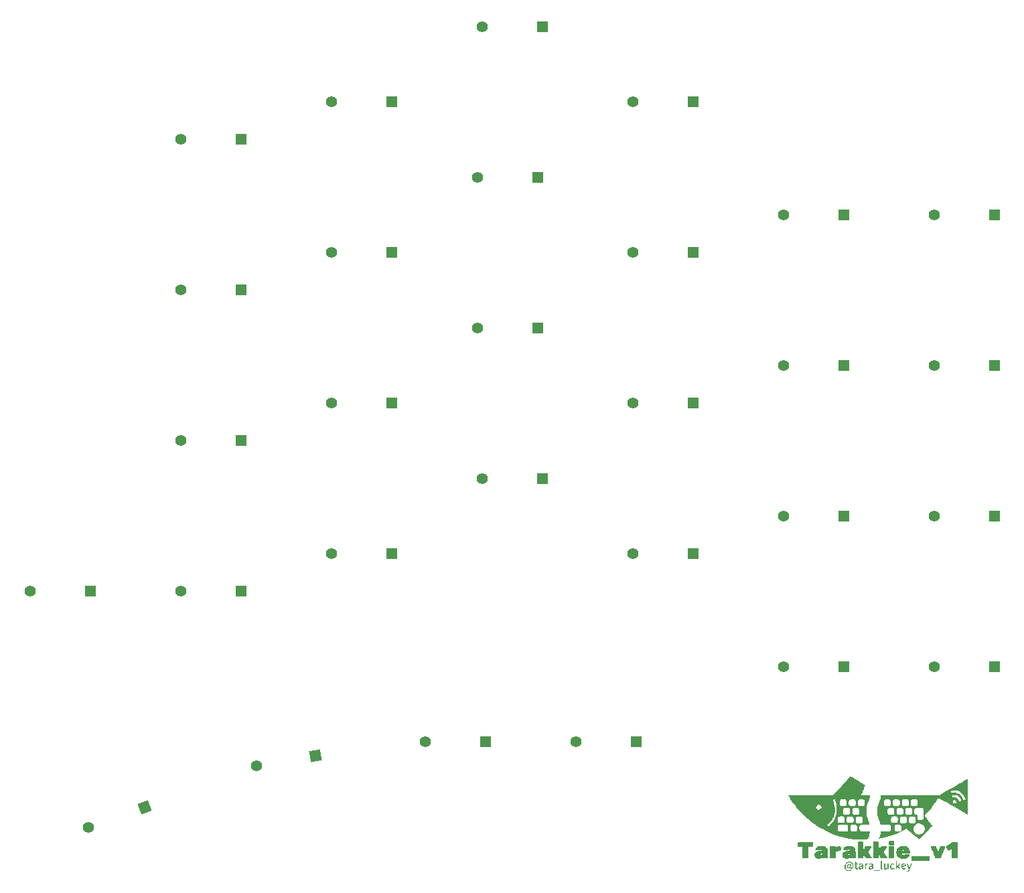
<source format=gbr>
G04 #@! TF.GenerationSoftware,KiCad,Pcbnew,9.0.6*
G04 #@! TF.CreationDate,2025-12-07T22:08:42+09:00*
G04 #@! TF.ProjectId,tarakkie_v1_light,74617261-6b6b-4696-955f-76315f6c6967,rev?*
G04 #@! TF.SameCoordinates,Original*
G04 #@! TF.FileFunction,Legend,Top*
G04 #@! TF.FilePolarity,Positive*
%FSLAX46Y46*%
G04 Gerber Fmt 4.6, Leading zero omitted, Abs format (unit mm)*
G04 Created by KiCad (PCBNEW 9.0.6) date 2025-12-07 22:08:42*
%MOMM*%
%LPD*%
G01*
G04 APERTURE LIST*
G04 Aperture macros list*
%AMRotRect*
0 Rectangle, with rotation*
0 The origin of the aperture is its center*
0 $1 length*
0 $2 width*
0 $3 Rotation angle, in degrees counterclockwise*
0 Add horizontal line*
21,1,$1,$2,0,0,$3*%
G04 Aperture macros list end*
%ADD10C,0.000000*%
%ADD11R,1.397000X1.397000*%
%ADD12C,1.397000*%
%ADD13RotRect,1.397000X1.397000X190.000000*%
%ADD14RotRect,1.397000X1.397000X200.000000*%
G04 APERTURE END LIST*
D10*
G36*
X158681548Y-146465804D02*
G01*
X158682114Y-146638347D01*
X158684149Y-146766259D01*
X158688159Y-146856109D01*
X158694650Y-146914466D01*
X158704128Y-146947900D01*
X158717101Y-146962980D01*
X158719956Y-146964294D01*
X158751584Y-146999027D01*
X158758363Y-147031046D01*
X158746020Y-147069641D01*
X158700338Y-147082702D01*
X158684683Y-147083059D01*
X158618350Y-147069044D01*
X158575863Y-147040789D01*
X158562699Y-147011570D01*
X158552390Y-146955654D01*
X158544501Y-146867475D01*
X158538597Y-146741469D01*
X158534243Y-146572070D01*
X158532828Y-146490285D01*
X158524934Y-145982051D01*
X158603241Y-145982051D01*
X158681548Y-145982051D01*
X158681548Y-146465804D01*
G37*
G36*
X159875988Y-144143312D02*
G01*
X159910849Y-144144067D01*
X160230641Y-144151305D01*
X160230641Y-144919450D01*
X160230641Y-145687596D01*
X159910022Y-145694718D01*
X159757039Y-145696150D01*
X159650198Y-145692328D01*
X159584670Y-145682920D01*
X159557955Y-145670393D01*
X159547891Y-145635206D01*
X159539603Y-145556968D01*
X159533086Y-145443809D01*
X159528336Y-145303856D01*
X159525347Y-145145240D01*
X159524116Y-144976087D01*
X159524638Y-144804527D01*
X159526909Y-144638688D01*
X159530924Y-144486699D01*
X159536678Y-144356689D01*
X159544167Y-144256785D01*
X159553386Y-144195117D01*
X159558783Y-144180967D01*
X159578339Y-144162446D01*
X159610783Y-144150370D01*
X159665171Y-144143788D01*
X159750555Y-144141752D01*
X159875988Y-144143312D01*
G37*
G36*
X158198985Y-147160230D02*
G01*
X158300266Y-147162012D01*
X158365810Y-147166284D01*
X158403351Y-147174115D01*
X158420624Y-147186572D01*
X158425365Y-147204720D01*
X158425500Y-147211083D01*
X158422914Y-147231050D01*
X158410001Y-147245019D01*
X158379024Y-147254060D01*
X158322248Y-147259238D01*
X158231939Y-147261621D01*
X158100362Y-147262274D01*
X158054230Y-147262293D01*
X157909475Y-147261936D01*
X157808193Y-147260155D01*
X157742650Y-147255883D01*
X157705109Y-147248051D01*
X157687836Y-147235595D01*
X157683095Y-147217446D01*
X157682960Y-147211083D01*
X157685545Y-147191117D01*
X157698459Y-147177147D01*
X157729436Y-147168107D01*
X157786211Y-147162929D01*
X157876520Y-147160546D01*
X158008098Y-147159892D01*
X158054230Y-147159874D01*
X158198985Y-147160230D01*
G37*
G36*
X164693194Y-145685522D02*
G01*
X164694863Y-145820809D01*
X164691141Y-145911761D01*
X164681461Y-145965026D01*
X164667590Y-145985987D01*
X164635675Y-145990453D01*
X164558049Y-145994610D01*
X164440212Y-145998354D01*
X164287660Y-146001580D01*
X164105893Y-146004181D01*
X163900408Y-146006052D01*
X163676705Y-146007090D01*
X163556004Y-146007264D01*
X163285473Y-146007113D01*
X163061845Y-146006355D01*
X162880816Y-146004852D01*
X162738082Y-146002466D01*
X162629338Y-145999062D01*
X162550281Y-145994500D01*
X162496605Y-145988644D01*
X162464008Y-145981357D01*
X162448184Y-145972501D01*
X162447670Y-145971912D01*
X162432517Y-145924224D01*
X162424889Y-145828103D01*
X162424950Y-145685794D01*
X162425331Y-145671055D01*
X162432657Y-145405942D01*
X163559270Y-145405942D01*
X164685883Y-145405942D01*
X164693194Y-145685522D01*
G37*
G36*
X160049034Y-143475808D02*
G01*
X160152797Y-143484799D01*
X160207529Y-143499602D01*
X160212718Y-143503503D01*
X160229229Y-143547076D01*
X160239743Y-143634775D01*
X160243443Y-143759778D01*
X160243443Y-143760185D01*
X160242714Y-143868479D01*
X160238590Y-143936660D01*
X160228167Y-143975824D01*
X160208541Y-143997064D01*
X160177765Y-144011112D01*
X160117901Y-144023510D01*
X160025572Y-144031295D01*
X159915476Y-144034537D01*
X159802310Y-144033303D01*
X159700773Y-144027661D01*
X159625560Y-144017678D01*
X159596921Y-144008428D01*
X159574696Y-143987212D01*
X159561097Y-143948105D01*
X159554213Y-143880431D01*
X159552131Y-143773516D01*
X159552113Y-143758279D01*
X159555818Y-143634078D01*
X159566368Y-143546782D01*
X159582839Y-143503503D01*
X159626896Y-143487478D01*
X159720313Y-143477233D01*
X159861553Y-143472916D01*
X159897778Y-143472777D01*
X160049034Y-143475808D01*
G37*
G36*
X156631923Y-146331434D02*
G01*
X156649365Y-146352953D01*
X156665548Y-146377256D01*
X156694677Y-146368636D01*
X156718271Y-146352953D01*
X156770809Y-146329836D01*
X156836525Y-146317233D01*
X156897426Y-146316321D01*
X156935514Y-146328276D01*
X156940419Y-146338425D01*
X156920901Y-146407056D01*
X156865010Y-146440369D01*
X156837004Y-146442938D01*
X156763051Y-146459488D01*
X156710206Y-146511679D01*
X156676690Y-146603319D01*
X156660724Y-146738217D01*
X156658766Y-146824562D01*
X156658270Y-146934346D01*
X156654984Y-147002722D01*
X156646216Y-147039495D01*
X156629270Y-147054465D01*
X156601452Y-147057437D01*
X156594754Y-147057454D01*
X156530742Y-147057454D01*
X156530742Y-146686184D01*
X156531082Y-146541471D01*
X156532826Y-146440225D01*
X156537058Y-146374704D01*
X156544862Y-146337166D01*
X156557324Y-146319870D01*
X156575528Y-146315073D01*
X156582755Y-146314914D01*
X156631923Y-146331434D01*
G37*
G36*
X159065621Y-146604249D02*
G01*
X159068604Y-146757692D01*
X159077479Y-146862858D01*
X159092132Y-146918574D01*
X159096347Y-146924309D01*
X159158082Y-146952782D01*
X159236416Y-146941472D01*
X159305414Y-146901967D01*
X159335626Y-146875724D01*
X159355139Y-146846784D01*
X159366287Y-146804072D01*
X159371403Y-146736515D01*
X159372823Y-146633039D01*
X159372879Y-146581906D01*
X159372879Y-146314914D01*
X159436891Y-146314914D01*
X159500903Y-146314914D01*
X159500903Y-146686184D01*
X159500903Y-147057454D01*
X159436891Y-147057454D01*
X159384782Y-147043620D01*
X159372879Y-147017189D01*
X159366313Y-146994987D01*
X159339732Y-147004618D01*
X159305414Y-147029991D01*
X159225106Y-147067643D01*
X159124596Y-147082042D01*
X159030885Y-147069786D01*
X159020274Y-147065922D01*
X158975144Y-147030138D01*
X158943037Y-146961345D01*
X158922772Y-146854578D01*
X158913166Y-146704869D01*
X158911992Y-146610641D01*
X158911992Y-146314914D01*
X158988806Y-146314914D01*
X159065621Y-146314914D01*
X159065621Y-146604249D01*
G37*
G36*
X160157430Y-146330804D02*
G01*
X160213766Y-146355911D01*
X160253020Y-146388606D01*
X160252475Y-146415883D01*
X160230755Y-146442812D01*
X160196735Y-146472079D01*
X160160208Y-146471645D01*
X160114398Y-146451393D01*
X160029234Y-146431537D01*
X159953341Y-146453978D01*
X159891985Y-146509960D01*
X159850430Y-146590726D01*
X159833938Y-146687520D01*
X159847775Y-146791587D01*
X159872639Y-146853516D01*
X159933771Y-146922847D01*
X160020602Y-146949839D01*
X160127891Y-146932956D01*
X160135247Y-146930376D01*
X160197999Y-146911987D01*
X160231790Y-146916991D01*
X160246211Y-146933031D01*
X160265850Y-146976513D01*
X160251469Y-147008201D01*
X160196171Y-147042612D01*
X160193505Y-147043994D01*
X160074461Y-147078377D01*
X159943530Y-147070323D01*
X159867237Y-147045502D01*
X159789502Y-146986806D01*
X159727122Y-146892962D01*
X159688515Y-146779559D01*
X159680137Y-146698987D01*
X159697620Y-146583947D01*
X159744137Y-146474641D01*
X159810790Y-146388302D01*
X159858351Y-146353849D01*
X159951245Y-146324266D01*
X160058263Y-146316627D01*
X160157430Y-146330804D01*
G37*
G36*
X160556380Y-146331145D02*
G01*
X160563504Y-146680238D01*
X160704331Y-146498581D01*
X160774845Y-146410367D01*
X160825850Y-146356034D01*
X160867301Y-146327577D01*
X160909153Y-146316993D01*
X160931508Y-146315919D01*
X160973639Y-146315658D01*
X160995693Y-146320990D01*
X160995068Y-146339290D01*
X160969161Y-146377937D01*
X160915371Y-146444307D01*
X160864764Y-146505158D01*
X160816874Y-146566946D01*
X160786619Y-146613978D01*
X160781145Y-146628699D01*
X160794179Y-146659701D01*
X160828746Y-146721390D01*
X160878044Y-146801794D01*
X160891299Y-146822527D01*
X160945935Y-146907534D01*
X160990983Y-146978048D01*
X161018192Y-147021146D01*
X161020835Y-147025448D01*
X161019562Y-147048191D01*
X160975075Y-147057063D01*
X160955489Y-147057428D01*
X160902240Y-147051678D01*
X160862624Y-147026917D01*
X160822256Y-146971824D01*
X160800980Y-146935805D01*
X160746198Y-146840667D01*
X160709903Y-146783668D01*
X160684229Y-146759041D01*
X160661312Y-146761013D01*
X160633288Y-146783817D01*
X160616062Y-146800139D01*
X160565454Y-146869591D01*
X160550702Y-146959031D01*
X160550702Y-146959498D01*
X160546823Y-147023641D01*
X160528810Y-147051415D01*
X160487100Y-147057454D01*
X160486689Y-147057454D01*
X160422677Y-147057454D01*
X160422677Y-146519753D01*
X160422677Y-145982051D01*
X160485967Y-145982051D01*
X160549256Y-145982051D01*
X160556380Y-146331145D01*
G37*
G36*
X162450947Y-146318091D02*
G01*
X162471064Y-146325219D01*
X162463046Y-146351511D01*
X162440758Y-146418356D01*
X162406848Y-146517970D01*
X162363966Y-146642571D01*
X162316386Y-146779705D01*
X162249327Y-146966434D01*
X162193653Y-147108053D01*
X162147465Y-147208911D01*
X162108865Y-147273355D01*
X162092343Y-147292761D01*
X162012782Y-147351210D01*
X161929362Y-147379755D01*
X161862950Y-147373892D01*
X161836081Y-147340113D01*
X161830943Y-147311369D01*
X161847644Y-147272147D01*
X161893097Y-147262293D01*
X161956263Y-147240152D01*
X162014968Y-147185259D01*
X162053895Y-147114905D01*
X162061387Y-147072281D01*
X162052121Y-147029484D01*
X162026669Y-146949562D01*
X161988546Y-146842661D01*
X161941269Y-146718924D01*
X161922785Y-146672458D01*
X161784183Y-146327716D01*
X161849593Y-146319265D01*
X161884775Y-146317136D01*
X161912331Y-146326335D01*
X161937234Y-146354482D01*
X161964454Y-146409197D01*
X161998963Y-146498100D01*
X162038848Y-146609370D01*
X162075968Y-146711224D01*
X162108317Y-146794677D01*
X162131233Y-146847951D01*
X162138120Y-146860113D01*
X162151884Y-146845397D01*
X162176195Y-146790247D01*
X162207581Y-146703484D01*
X162241439Y-146597664D01*
X162278791Y-146476374D01*
X162306391Y-146395881D01*
X162328892Y-146347839D01*
X162350948Y-146323904D01*
X162377210Y-146315729D01*
X162399093Y-146314914D01*
X162450947Y-146318091D01*
G37*
G36*
X155406964Y-146115666D02*
G01*
X155425294Y-146142034D01*
X155429711Y-146203575D01*
X155429734Y-146212495D01*
X155429734Y-146314914D01*
X155532153Y-146314914D01*
X155598140Y-146318408D01*
X155627469Y-146334888D01*
X155634536Y-146373352D01*
X155634573Y-146378926D01*
X155628982Y-146420168D01*
X155602614Y-146438499D01*
X155541072Y-146442915D01*
X155532153Y-146442938D01*
X155429734Y-146442938D01*
X155429734Y-146658485D01*
X155431284Y-146785830D01*
X155438145Y-146870558D01*
X155453634Y-146921224D01*
X155481066Y-146946381D01*
X155523760Y-146954584D01*
X155544709Y-146955035D01*
X155610223Y-146965046D01*
X155639985Y-146999244D01*
X155641559Y-147004591D01*
X155636258Y-147052839D01*
X155616846Y-147068603D01*
X155545511Y-147081274D01*
X155459076Y-147078673D01*
X155386267Y-147062291D01*
X155373131Y-147055968D01*
X155328677Y-147002144D01*
X155297279Y-146902190D01*
X155279779Y-146759707D01*
X155276248Y-146641376D01*
X155275105Y-146541370D01*
X155269980Y-146482061D01*
X155258063Y-146452952D01*
X155236542Y-146443543D01*
X155223114Y-146442938D01*
X155183895Y-146426429D01*
X155174889Y-146388770D01*
X155193068Y-146347769D01*
X155235405Y-146321232D01*
X155244099Y-146319534D01*
X155282119Y-146305884D01*
X155298602Y-146269393D01*
X155301710Y-146210714D01*
X155305350Y-146145459D01*
X155322417Y-146116748D01*
X155362127Y-146110090D01*
X155365722Y-146110075D01*
X155406964Y-146115666D01*
G37*
G36*
X161561263Y-146337237D02*
G01*
X161648206Y-146401252D01*
X161704107Y-146502529D01*
X161722269Y-146591687D01*
X161735039Y-146724591D01*
X161488536Y-146724591D01*
X161365194Y-146727289D01*
X161282097Y-146735036D01*
X161243992Y-146747315D01*
X161242032Y-146751468D01*
X161257104Y-146806410D01*
X161292967Y-146871267D01*
X161335596Y-146923418D01*
X161358401Y-146939130D01*
X161438341Y-146953795D01*
X161530112Y-146949687D01*
X161601108Y-146929105D01*
X161644618Y-146918557D01*
X161675548Y-146951756D01*
X161676669Y-146953830D01*
X161680741Y-147001406D01*
X161644980Y-147039541D01*
X161580239Y-147066094D01*
X161497373Y-147078925D01*
X161407234Y-147075892D01*
X161320677Y-147054855D01*
X161275429Y-147032976D01*
X161179184Y-146954414D01*
X161123353Y-146856014D01*
X161102513Y-146727379D01*
X161102059Y-146700651D01*
X161113343Y-146610574D01*
X161242032Y-146610574D01*
X161265475Y-146616291D01*
X161327168Y-146620434D01*
X161414156Y-146622163D01*
X161421266Y-146622172D01*
X161520446Y-146618479D01*
X161582511Y-146608158D01*
X161600500Y-146594884D01*
X161578020Y-146516129D01*
X161520704Y-146458420D01*
X161443741Y-146431840D01*
X161371055Y-146442525D01*
X161313425Y-146483631D01*
X161264834Y-146545438D01*
X161242215Y-146605888D01*
X161242032Y-146610574D01*
X161113343Y-146610574D01*
X161120744Y-146551495D01*
X161175373Y-146436605D01*
X161263805Y-146358370D01*
X161383902Y-146319177D01*
X161447672Y-146314914D01*
X161561263Y-146337237D01*
G37*
G36*
X149619875Y-143601453D02*
G01*
X149743906Y-143606312D01*
X149835744Y-143616210D01*
X149900139Y-143632781D01*
X149941840Y-143657654D01*
X149965594Y-143692463D01*
X149976152Y-143738839D01*
X149978262Y-143798414D01*
X149976673Y-143872819D01*
X149975903Y-143933664D01*
X149974781Y-144069331D01*
X149966149Y-144161989D01*
X149942113Y-144219837D01*
X149894777Y-144251074D01*
X149816244Y-144263898D01*
X149698618Y-144266509D01*
X149655347Y-144266527D01*
X149387802Y-144266527D01*
X149380996Y-144977061D01*
X149374189Y-145687596D01*
X149014261Y-145694670D01*
X148883311Y-145696020D01*
X148771058Y-145694870D01*
X148687247Y-145691492D01*
X148641626Y-145686163D01*
X148636589Y-145684001D01*
X148631929Y-145654694D01*
X148627727Y-145580957D01*
X148624150Y-145469573D01*
X148621367Y-145327319D01*
X148619544Y-145160978D01*
X148618849Y-144977328D01*
X148618847Y-144966393D01*
X148618847Y-144266527D01*
X148355117Y-144266527D01*
X148212780Y-144263293D01*
X148114631Y-144253809D01*
X148063812Y-144238403D01*
X148060661Y-144235801D01*
X148044522Y-144191793D01*
X148034225Y-144099393D01*
X148030025Y-143961112D01*
X148029935Y-143933664D01*
X148033090Y-143787950D01*
X148042385Y-143687696D01*
X148057564Y-143635414D01*
X148060661Y-143631527D01*
X148084022Y-143622795D01*
X148137251Y-143615700D01*
X148223837Y-143610127D01*
X148347263Y-143605965D01*
X148511017Y-143603100D01*
X148718585Y-143601419D01*
X148973452Y-143600808D01*
X149007139Y-143600801D01*
X149256241Y-143600330D01*
X149458903Y-143600003D01*
X149619875Y-143601453D01*
G37*
G36*
X168011339Y-143601436D02*
G01*
X168105590Y-143604161D01*
X168166359Y-143610208D01*
X168202505Y-143620807D01*
X168222890Y-143637188D01*
X168231252Y-143650328D01*
X168238824Y-143690790D01*
X168245208Y-143780298D01*
X168250347Y-143916697D01*
X168254183Y-144097836D01*
X168256660Y-144321562D01*
X168257720Y-144585722D01*
X168257758Y-144650600D01*
X168257024Y-144923573D01*
X168254862Y-145156597D01*
X168251327Y-145347518D01*
X168246476Y-145494186D01*
X168240368Y-145594446D01*
X168233059Y-145646146D01*
X168231252Y-145650872D01*
X168216423Y-145670959D01*
X168191439Y-145684768D01*
X168147642Y-145693456D01*
X168076375Y-145698182D01*
X167968983Y-145700102D01*
X167860883Y-145700398D01*
X167721104Y-145699810D01*
X167623871Y-145697276D01*
X167560529Y-145691638D01*
X167522420Y-145681738D01*
X167500888Y-145666418D01*
X167490514Y-145650872D01*
X167481697Y-145608416D01*
X167474410Y-145520181D01*
X167468881Y-145391579D01*
X167465339Y-145228025D01*
X167464012Y-145034930D01*
X167464008Y-145022841D01*
X167464008Y-144444338D01*
X167296046Y-144573073D01*
X167208351Y-144639441D01*
X167151113Y-144678838D01*
X167114497Y-144695905D01*
X167088670Y-144695280D01*
X167064705Y-144682213D01*
X167031189Y-144649626D01*
X166979798Y-144588643D01*
X166918886Y-144510558D01*
X166856805Y-144426666D01*
X166801908Y-144348262D01*
X166762549Y-144286639D01*
X166747081Y-144253092D01*
X166747073Y-144252743D01*
X166767561Y-144223463D01*
X166827498Y-144166411D01*
X166924593Y-144083486D01*
X167056555Y-143976583D01*
X167221095Y-143847600D01*
X167415920Y-143698435D01*
X167421161Y-143694462D01*
X167544745Y-143600801D01*
X167874746Y-143600801D01*
X168011339Y-143601436D01*
G37*
G36*
X156121249Y-146317681D02*
G01*
X156183929Y-146330819D01*
X156232426Y-146365394D01*
X156266730Y-146429893D01*
X156288346Y-146530051D01*
X156298779Y-146671604D01*
X156300298Y-146774530D01*
X156299672Y-146898233D01*
X156296760Y-146979541D01*
X156290016Y-147027259D01*
X156277893Y-147050196D01*
X156258843Y-147057160D01*
X156250600Y-147057454D01*
X156201614Y-147045742D01*
X156185135Y-147031943D01*
X156151845Y-147023583D01*
X156095278Y-147044746D01*
X155990765Y-147078316D01*
X155887906Y-147076483D01*
X155803787Y-147040016D01*
X155793340Y-147031141D01*
X155732436Y-146947616D01*
X155717891Y-146861741D01*
X155865016Y-146861741D01*
X155871699Y-146915284D01*
X155882086Y-146937965D01*
X155927174Y-146953785D01*
X155997472Y-146952567D01*
X156070720Y-146936486D01*
X156115367Y-146915176D01*
X156159757Y-146861826D01*
X156172274Y-146783801D01*
X156169534Y-146723865D01*
X156151154Y-146701403D01*
X156101896Y-146703783D01*
X156079949Y-146707269D01*
X155973536Y-146737930D01*
X155899409Y-146786992D01*
X155866050Y-146848359D01*
X155865016Y-146861741D01*
X155717891Y-146861741D01*
X155717669Y-146860432D01*
X155745013Y-146776223D01*
X155810442Y-146701624D01*
X155909927Y-146643269D01*
X156039443Y-146607794D01*
X156051302Y-146606100D01*
X156124238Y-146593863D01*
X156157236Y-146577987D01*
X156161431Y-146551080D01*
X156157537Y-146535571D01*
X156114299Y-146464658D01*
X156043047Y-146431141D01*
X155952450Y-146436683D01*
X155858674Y-146478200D01*
X155815797Y-146492867D01*
X155787812Y-146468543D01*
X155766256Y-146423087D01*
X155778781Y-146391004D01*
X155832038Y-146357156D01*
X155838140Y-146353979D01*
X155918027Y-146328688D01*
X156020808Y-146316025D01*
X156121249Y-146317681D01*
G37*
G36*
X157433121Y-146322213D02*
G01*
X157466803Y-146334510D01*
X157514694Y-146377477D01*
X157547546Y-146434555D01*
X157567823Y-146515155D01*
X157577992Y-146628694D01*
X157580540Y-146768696D01*
X157580217Y-146893491D01*
X157577989Y-146975880D01*
X157571969Y-147024668D01*
X157560271Y-147048659D01*
X157541009Y-147056656D01*
X157518662Y-147057454D01*
X157467282Y-147046367D01*
X157446645Y-147027038D01*
X157425023Y-147013756D01*
X157377010Y-147038303D01*
X157374802Y-147039840D01*
X157281853Y-147078138D01*
X157179173Y-147079697D01*
X157086566Y-147045732D01*
X157054477Y-147020211D01*
X157000549Y-146935696D01*
X156996335Y-146861741D01*
X157145258Y-146861741D01*
X157151941Y-146915284D01*
X157162328Y-146937965D01*
X157205731Y-146952830D01*
X157273748Y-146952250D01*
X157342843Y-146938215D01*
X157382103Y-146919392D01*
X157417523Y-146862142D01*
X157426911Y-146788981D01*
X157424388Y-146726555D01*
X157408232Y-146702747D01*
X157365566Y-146704971D01*
X157345034Y-146708961D01*
X157241684Y-146743264D01*
X157172379Y-146794923D01*
X157145355Y-146857641D01*
X157145258Y-146861741D01*
X156996335Y-146861741D01*
X156995338Y-146844244D01*
X157038583Y-146753873D01*
X157064060Y-146725036D01*
X157151289Y-146663187D01*
X157263249Y-146616936D01*
X157373704Y-146596869D01*
X157382103Y-146596710D01*
X157420217Y-146575851D01*
X157426519Y-146551759D01*
X157406686Y-146478459D01*
X157351401Y-146439456D01*
X157264629Y-146436354D01*
X157189136Y-146455751D01*
X157120442Y-146477165D01*
X157081931Y-146478627D01*
X157056319Y-146459405D01*
X157048789Y-146449794D01*
X157033448Y-146417723D01*
X157051067Y-146391112D01*
X157099999Y-146361686D01*
X157170714Y-146336962D01*
X157262451Y-146321205D01*
X157356243Y-146315820D01*
X157433121Y-146322213D01*
G37*
G36*
X153409791Y-144147285D02*
G01*
X153445099Y-144163892D01*
X153462998Y-144203953D01*
X153475898Y-144281151D01*
X153483609Y-144381639D01*
X153485945Y-144491571D01*
X153482716Y-144597099D01*
X153473735Y-144684378D01*
X153458813Y-144739561D01*
X153453040Y-144747898D01*
X153409373Y-144764361D01*
X153320883Y-144774840D01*
X153193683Y-144778621D01*
X153189887Y-144778624D01*
X153065766Y-144779475D01*
X152975536Y-144786722D01*
X152913795Y-144807406D01*
X152875139Y-144848568D01*
X152854165Y-144917249D01*
X152845472Y-145020489D01*
X152843656Y-145165329D01*
X152843645Y-145229844D01*
X152841861Y-145368856D01*
X152836943Y-145490835D01*
X152829539Y-145585464D01*
X152820298Y-145642429D01*
X152817139Y-145650872D01*
X152802266Y-145671005D01*
X152777201Y-145684830D01*
X152733261Y-145693512D01*
X152661764Y-145698218D01*
X152554026Y-145700116D01*
X152448609Y-145700398D01*
X152307054Y-145699545D01*
X152208698Y-145696382D01*
X152145548Y-145690004D01*
X152109612Y-145679507D01*
X152092897Y-145663983D01*
X152091042Y-145659897D01*
X152086973Y-145624467D01*
X152083302Y-145544844D01*
X152080175Y-145428043D01*
X152077735Y-145281080D01*
X152076130Y-145110970D01*
X152075503Y-144924729D01*
X152075500Y-144909675D01*
X152076195Y-144680058D01*
X152078381Y-144497938D01*
X152082213Y-144359618D01*
X152087843Y-144261403D01*
X152095424Y-144199597D01*
X152105111Y-144170505D01*
X152106226Y-144169229D01*
X152150309Y-144153320D01*
X152244637Y-144143124D01*
X152388556Y-144138700D01*
X152433968Y-144138503D01*
X152577792Y-144140429D01*
X152677960Y-144147714D01*
X152741930Y-144162619D01*
X152777159Y-144187402D01*
X152791109Y-144224326D01*
X152792435Y-144247122D01*
X152796750Y-144271829D01*
X152816683Y-144274273D01*
X152862723Y-144252505D01*
X152910364Y-144225180D01*
X152998407Y-144186783D01*
X153107035Y-144158114D01*
X153221584Y-144140855D01*
X153327390Y-144136685D01*
X153409791Y-144147285D01*
G37*
G36*
X166344138Y-144143529D02*
G01*
X166372854Y-144144146D01*
X166505570Y-144148124D01*
X166595376Y-144153661D01*
X166650573Y-144162055D01*
X166679459Y-144174601D01*
X166690335Y-144192595D01*
X166690572Y-144193749D01*
X166682903Y-144225218D01*
X166658352Y-144296693D01*
X166619813Y-144400940D01*
X166570178Y-144530728D01*
X166512341Y-144678823D01*
X166449194Y-144837993D01*
X166383631Y-145001006D01*
X166318544Y-145160629D01*
X166256826Y-145309629D01*
X166201370Y-145440773D01*
X166155070Y-145546831D01*
X166120819Y-145620568D01*
X166116087Y-145629985D01*
X166080032Y-145700398D01*
X165776566Y-145700398D01*
X165627538Y-145698197D01*
X165525471Y-145691331D01*
X165466294Y-145679401D01*
X165448624Y-145668392D01*
X165427808Y-145630193D01*
X165392225Y-145553010D01*
X165344783Y-145444066D01*
X165288384Y-145310584D01*
X165225935Y-145159786D01*
X165160340Y-144998893D01*
X165094504Y-144835130D01*
X165031332Y-144675717D01*
X164973729Y-144527877D01*
X164924600Y-144398833D01*
X164886849Y-144295807D01*
X164863382Y-144226021D01*
X164856925Y-144197271D01*
X164865982Y-144177446D01*
X164889934Y-144163761D01*
X164937403Y-144154746D01*
X165017007Y-144148933D01*
X165137368Y-144144852D01*
X165169053Y-144144067D01*
X165323263Y-144143092D01*
X165433259Y-144148414D01*
X165496227Y-144159857D01*
X165506991Y-144165563D01*
X165527478Y-144199550D01*
X165559265Y-144272448D01*
X165598368Y-144374295D01*
X165640799Y-144495127D01*
X165650578Y-144524459D01*
X165691332Y-144643081D01*
X165727722Y-144740006D01*
X165756414Y-144807002D01*
X165774072Y-144835838D01*
X165776712Y-144835826D01*
X165791241Y-144805674D01*
X165818503Y-144736936D01*
X165854728Y-144639507D01*
X165896150Y-144523278D01*
X165900483Y-144510858D01*
X165943301Y-144391445D01*
X165982657Y-144288135D01*
X166014373Y-144211475D01*
X166034270Y-144172012D01*
X166035178Y-144170836D01*
X166062336Y-144155714D01*
X166118193Y-144146492D01*
X166209782Y-144142616D01*
X166344138Y-144143529D01*
G37*
G36*
X156114036Y-143576165D02*
G01*
X156206780Y-143579746D01*
X156264924Y-143586950D01*
X156296759Y-143598789D01*
X156310361Y-143615698D01*
X156315362Y-143653457D01*
X156319694Y-143733396D01*
X156323079Y-143846484D01*
X156325238Y-143983692D01*
X156325903Y-144119104D01*
X156325903Y-144582009D01*
X156460728Y-144366657D01*
X156595553Y-144151305D01*
X156966073Y-144151305D01*
X157111764Y-144151850D01*
X157214068Y-144154106D01*
X157280798Y-144159002D01*
X157319771Y-144167469D01*
X157338802Y-144180436D01*
X157345285Y-144196438D01*
X157334312Y-144233417D01*
X157297801Y-144303208D01*
X157240628Y-144397426D01*
X157167674Y-144507688D01*
X157145818Y-144539244D01*
X157071841Y-144647993D01*
X157011038Y-144743073D01*
X156968427Y-144816187D01*
X156949023Y-144859033D01*
X156948658Y-144865382D01*
X156965763Y-144895441D01*
X157006102Y-144960526D01*
X157064761Y-145052881D01*
X157136829Y-145164750D01*
X157193796Y-145252313D01*
X157271351Y-145373888D01*
X157337171Y-145482514D01*
X157386717Y-145570246D01*
X157415445Y-145629143D01*
X157420699Y-145649188D01*
X157409886Y-145664411D01*
X157379322Y-145675608D01*
X157321925Y-145683593D01*
X157230615Y-145689179D01*
X157098311Y-145693180D01*
X157024881Y-145694655D01*
X156636300Y-145701715D01*
X156487503Y-145452049D01*
X156338706Y-145202384D01*
X156325903Y-145444990D01*
X156313101Y-145687596D01*
X155992481Y-145694718D01*
X155839498Y-145696150D01*
X155732658Y-145692328D01*
X155667130Y-145682920D01*
X155640415Y-145670393D01*
X155632652Y-145637672D01*
X155625889Y-145560571D01*
X155620143Y-145445912D01*
X155615431Y-145300515D01*
X155611769Y-145131200D01*
X155609173Y-144944790D01*
X155607660Y-144748103D01*
X155607246Y-144547963D01*
X155607949Y-144351188D01*
X155609784Y-144164600D01*
X155612767Y-143995019D01*
X155616916Y-143849268D01*
X155622247Y-143734165D01*
X155628775Y-143656532D01*
X155635473Y-143624723D01*
X155651012Y-143603898D01*
X155677291Y-143589855D01*
X155723381Y-143581284D01*
X155798358Y-143576875D01*
X155911294Y-143575317D01*
X155978399Y-143575196D01*
X156114036Y-143576165D01*
G37*
G36*
X158174470Y-143584068D02*
G01*
X158240871Y-143593661D01*
X158256966Y-143601181D01*
X158267871Y-143636905D01*
X158278061Y-143718117D01*
X158287062Y-143839094D01*
X158294398Y-143994116D01*
X158297476Y-144089124D01*
X158310278Y-144549437D01*
X158433720Y-144343278D01*
X158557162Y-144137119D01*
X158920212Y-144144212D01*
X159063084Y-144147338D01*
X159162771Y-144151096D01*
X159227290Y-144156851D01*
X159264662Y-144165970D01*
X159282904Y-144179817D01*
X159290036Y-144199760D01*
X159291247Y-144207409D01*
X159278833Y-144257676D01*
X159233125Y-144345096D01*
X159154786Y-144468487D01*
X159099210Y-144549571D01*
X159026546Y-144655679D01*
X158966624Y-144747374D01*
X158924671Y-144816333D01*
X158905911Y-144854235D01*
X158905500Y-144858063D01*
X158920941Y-144886061D01*
X158959663Y-144949282D01*
X159016882Y-145040113D01*
X159087817Y-145150940D01*
X159144389Y-145238368D01*
X159222513Y-145362003D01*
X159288106Y-145472428D01*
X159336756Y-145561692D01*
X159364056Y-145621844D01*
X159368203Y-145641917D01*
X159360070Y-145660035D01*
X159338534Y-145672999D01*
X159295758Y-145681906D01*
X159223911Y-145687859D01*
X159115157Y-145691954D01*
X158991979Y-145694717D01*
X158817519Y-145695896D01*
X158691122Y-145691791D01*
X158613872Y-145682460D01*
X158590182Y-145673341D01*
X158562652Y-145639595D01*
X158517486Y-145572895D01*
X158462339Y-145484817D01*
X158433061Y-145435776D01*
X158310278Y-145226708D01*
X158297476Y-145431547D01*
X158288972Y-145531973D01*
X158277933Y-145614144D01*
X158266446Y-145663304D01*
X158263959Y-145668392D01*
X158230478Y-145682619D01*
X158158908Y-145693023D01*
X158061218Y-145699604D01*
X157949380Y-145702363D01*
X157835364Y-145701301D01*
X157731142Y-145696418D01*
X157648682Y-145687717D01*
X157599958Y-145675196D01*
X157592240Y-145668349D01*
X157589711Y-145636466D01*
X157587687Y-145559023D01*
X157586199Y-145441669D01*
X157585275Y-145290053D01*
X157584945Y-145109823D01*
X157585241Y-144906627D01*
X157586191Y-144686113D01*
X157586642Y-144612150D01*
X157593343Y-143587999D01*
X157911300Y-143580775D01*
X158063286Y-143579694D01*
X158174470Y-143584068D01*
G37*
G36*
X161501082Y-144126678D02*
G01*
X161594174Y-144131042D01*
X161662592Y-144140939D01*
X161719598Y-144158516D01*
X161778452Y-144185919D01*
X161794841Y-144194469D01*
X161956549Y-144307177D01*
X162080430Y-144453333D01*
X162164600Y-144629910D01*
X162207178Y-144833881D01*
X162209477Y-144861088D01*
X162215036Y-144944863D01*
X162213880Y-145007511D01*
X162199731Y-145052098D01*
X162166313Y-145081692D01*
X162107345Y-145099360D01*
X162016552Y-145108171D01*
X161887654Y-145111191D01*
X161714374Y-145111489D01*
X161697008Y-145111487D01*
X161236481Y-145111487D01*
X161254089Y-145181643D01*
X161284971Y-145257669D01*
X161329609Y-145284999D01*
X161391888Y-145264899D01*
X161429238Y-145238736D01*
X161461212Y-145217174D01*
X161498786Y-145202906D01*
X161552042Y-145194786D01*
X161631060Y-145191667D01*
X161745921Y-145192402D01*
X161823165Y-145193927D01*
X162151004Y-145201104D01*
X162159169Y-145286214D01*
X162158293Y-145338404D01*
X162139097Y-145385843D01*
X162093785Y-145442577D01*
X162043947Y-145493760D01*
X161905051Y-145605049D01*
X161779734Y-145668087D01*
X161620481Y-145710566D01*
X161437681Y-145733951D01*
X161256125Y-145736055D01*
X161145168Y-145724066D01*
X160968211Y-145673181D01*
X160808011Y-145588569D01*
X160673896Y-145477364D01*
X160575199Y-145346701D01*
X160535506Y-145257910D01*
X160513932Y-145157432D01*
X160502893Y-145028804D01*
X160501900Y-144887322D01*
X160510462Y-144748278D01*
X160523653Y-144657498D01*
X161244996Y-144657498D01*
X161259280Y-144689597D01*
X161316660Y-144701229D01*
X161344452Y-144701809D01*
X161412421Y-144696966D01*
X161442164Y-144678724D01*
X161446871Y-144655721D01*
X161428060Y-144593710D01*
X161382669Y-144557255D01*
X161327262Y-144551744D01*
X161278401Y-144582566D01*
X161268538Y-144597707D01*
X161244996Y-144657498D01*
X160523653Y-144657498D01*
X160528089Y-144626968D01*
X160554291Y-144538686D01*
X160558853Y-144529382D01*
X160649106Y-144403570D01*
X160775402Y-144288417D01*
X160922657Y-144197510D01*
X160932560Y-144192780D01*
X161001095Y-144163029D01*
X161064098Y-144143582D01*
X161135503Y-144132304D01*
X161229247Y-144127057D01*
X161359266Y-144125704D01*
X161370056Y-144125700D01*
X161501082Y-144126678D01*
G37*
G36*
X151111394Y-144118176D02*
G01*
X151299423Y-144134890D01*
X151447775Y-144168104D01*
X151566246Y-144221104D01*
X151664634Y-144297175D01*
X151674601Y-144307041D01*
X151723154Y-144357860D01*
X151760557Y-144404757D01*
X151788263Y-144455147D01*
X151807725Y-144516445D01*
X151820397Y-144596066D01*
X151827732Y-144701423D01*
X151831182Y-144839933D01*
X151832201Y-145019010D01*
X151832254Y-145111487D01*
X151832254Y-145687596D01*
X151500545Y-145687596D01*
X151365029Y-145687278D01*
X151272151Y-145685334D01*
X151213342Y-145680275D01*
X151180029Y-145670613D01*
X151163643Y-145654860D01*
X151155612Y-145631527D01*
X151154660Y-145627540D01*
X151140483Y-145567484D01*
X151091695Y-145621394D01*
X151035283Y-145661350D01*
X150948139Y-145700547D01*
X150850342Y-145731852D01*
X150761971Y-145748133D01*
X150733000Y-145748802D01*
X150674744Y-145742138D01*
X150594360Y-145728956D01*
X150569532Y-145724245D01*
X150415516Y-145672672D01*
X150291037Y-145588251D01*
X150201103Y-145477742D01*
X150150721Y-145347907D01*
X150145371Y-145217041D01*
X150846468Y-145217041D01*
X150858132Y-145250764D01*
X150901598Y-145263993D01*
X150934256Y-145265116D01*
X151006524Y-145253778D01*
X151060753Y-145226348D01*
X151062280Y-145224879D01*
X151094536Y-145183864D01*
X151102516Y-145162962D01*
X151110886Y-145121578D01*
X151117173Y-145103083D01*
X151119117Y-145080937D01*
X151093888Y-145076258D01*
X151031020Y-145087555D01*
X151022163Y-145089527D01*
X150922530Y-145119447D01*
X150866564Y-145157125D01*
X150846778Y-145207995D01*
X150846468Y-145217041D01*
X150145371Y-145217041D01*
X150144899Y-145205505D01*
X150152590Y-145161343D01*
X150207444Y-145031840D01*
X150308903Y-144922448D01*
X150456284Y-144833629D01*
X150648900Y-144765849D01*
X150779155Y-144736715D01*
X150884284Y-144717062D01*
X150976161Y-144699724D01*
X151038175Y-144687841D01*
X151046567Y-144686189D01*
X151091685Y-144663351D01*
X151097777Y-144617950D01*
X151071290Y-144567507D01*
X151020416Y-144553662D01*
X150958921Y-144578856D01*
X150944374Y-144590744D01*
X150894817Y-144613404D01*
X150809511Y-144631305D01*
X150701162Y-144643964D01*
X150582473Y-144650899D01*
X150466150Y-144651629D01*
X150364898Y-144645670D01*
X150291421Y-144632541D01*
X150261277Y-144616676D01*
X150240948Y-144554216D01*
X150263772Y-144473004D01*
X150327683Y-144378318D01*
X150374684Y-144327286D01*
X150503522Y-144227527D01*
X150660435Y-144160093D01*
X150850110Y-144123652D01*
X151077235Y-144116874D01*
X151111394Y-144118176D01*
G37*
G36*
X154619257Y-144118176D02*
G01*
X154807286Y-144134890D01*
X154955638Y-144168104D01*
X155074109Y-144221104D01*
X155172497Y-144297175D01*
X155182464Y-144307041D01*
X155231017Y-144357860D01*
X155268420Y-144404757D01*
X155296126Y-144455147D01*
X155315588Y-144516445D01*
X155328260Y-144596066D01*
X155335595Y-144701423D01*
X155339045Y-144839933D01*
X155340064Y-145019010D01*
X155340117Y-145111487D01*
X155340117Y-145687596D01*
X155008408Y-145687596D01*
X154872892Y-145687278D01*
X154780014Y-145685334D01*
X154721205Y-145680275D01*
X154687892Y-145670613D01*
X154671506Y-145654860D01*
X154663475Y-145631527D01*
X154662523Y-145627540D01*
X154648345Y-145567484D01*
X154599558Y-145621394D01*
X154543146Y-145661350D01*
X154456002Y-145700547D01*
X154358205Y-145731852D01*
X154269834Y-145748133D01*
X154240863Y-145748802D01*
X154182607Y-145742138D01*
X154102223Y-145728956D01*
X154077395Y-145724245D01*
X153923379Y-145672672D01*
X153798900Y-145588251D01*
X153708966Y-145477742D01*
X153658584Y-145347907D01*
X153653234Y-145217041D01*
X154354331Y-145217041D01*
X154365995Y-145250764D01*
X154409461Y-145263993D01*
X154442119Y-145265116D01*
X154514387Y-145253778D01*
X154568616Y-145226348D01*
X154570143Y-145224879D01*
X154602399Y-145183864D01*
X154610379Y-145162962D01*
X154618749Y-145121578D01*
X154625036Y-145103083D01*
X154626980Y-145080937D01*
X154601751Y-145076258D01*
X154538883Y-145087555D01*
X154530026Y-145089527D01*
X154430393Y-145119447D01*
X154374427Y-145157125D01*
X154354641Y-145207995D01*
X154354331Y-145217041D01*
X153653234Y-145217041D01*
X153652762Y-145205505D01*
X153660453Y-145161343D01*
X153715307Y-145031840D01*
X153816766Y-144922448D01*
X153964146Y-144833629D01*
X154156762Y-144765849D01*
X154287018Y-144736715D01*
X154392146Y-144717062D01*
X154484024Y-144699724D01*
X154546038Y-144687841D01*
X154554430Y-144686189D01*
X154599548Y-144663351D01*
X154605640Y-144617950D01*
X154579153Y-144567507D01*
X154528279Y-144553662D01*
X154466784Y-144578856D01*
X154452237Y-144590744D01*
X154402680Y-144613404D01*
X154317374Y-144631305D01*
X154209025Y-144643964D01*
X154090336Y-144650899D01*
X153974013Y-144651629D01*
X153872761Y-144645670D01*
X153799283Y-144632541D01*
X153769140Y-144616676D01*
X153748811Y-144554216D01*
X153771635Y-144473004D01*
X153835546Y-144378318D01*
X153882546Y-144327286D01*
X154011385Y-144227527D01*
X154168298Y-144160093D01*
X154357973Y-144123652D01*
X154585098Y-144116874D01*
X154619257Y-144118176D01*
G37*
G36*
X154693226Y-146099872D02*
G01*
X154768035Y-146110205D01*
X154826356Y-146132079D01*
X154873340Y-146160845D01*
X154984481Y-146265309D01*
X155053317Y-146397886D01*
X155080378Y-146559669D01*
X155080868Y-146587279D01*
X155063241Y-146735649D01*
X155012738Y-146855185D01*
X154932924Y-146939803D01*
X154851976Y-146977828D01*
X154762324Y-146989018D01*
X154685386Y-146974895D01*
X154636845Y-146939111D01*
X154630664Y-146926273D01*
X154611580Y-146910404D01*
X154569452Y-146929809D01*
X154558269Y-146937421D01*
X154467088Y-146976086D01*
X154380742Y-146969590D01*
X154309482Y-146923696D01*
X154263560Y-146844165D01*
X154251911Y-146765218D01*
X154254258Y-146749382D01*
X154379935Y-146749382D01*
X154384449Y-146816223D01*
X154395563Y-146858790D01*
X154398085Y-146862231D01*
X154443737Y-146876044D01*
X154502627Y-146855490D01*
X154557187Y-146807108D01*
X154561433Y-146801406D01*
X154593961Y-146732643D01*
X154613949Y-146647527D01*
X154615211Y-146634975D01*
X154617083Y-146568777D01*
X154603234Y-146537637D01*
X154565233Y-146525926D01*
X154555739Y-146524740D01*
X154485306Y-146539886D01*
X154426756Y-146594667D01*
X154389085Y-146677590D01*
X154379935Y-146749382D01*
X154254258Y-146749382D01*
X154269820Y-146644367D01*
X154318429Y-146539850D01*
X154390061Y-146461881D01*
X154477037Y-146420673D01*
X154513831Y-146416771D01*
X154578730Y-146416974D01*
X154660795Y-146417573D01*
X154671201Y-146417672D01*
X154770431Y-146418651D01*
X154750001Y-146552418D01*
X154737434Y-146649892D01*
X154729127Y-146742721D01*
X154727586Y-146775801D01*
X154731298Y-146837111D01*
X154753908Y-146864491D01*
X154795393Y-146873460D01*
X154863013Y-146857885D01*
X154917594Y-146799757D01*
X154954404Y-146707052D01*
X154968711Y-146587747D01*
X154968751Y-146581150D01*
X154948421Y-146444431D01*
X154892353Y-146335877D01*
X154808262Y-146256555D01*
X154703860Y-146207530D01*
X154586861Y-146189867D01*
X154464980Y-146204633D01*
X154345930Y-146252893D01*
X154237426Y-146335713D01*
X154147179Y-146454160D01*
X154140180Y-146466670D01*
X154086680Y-146606836D01*
X154070315Y-146752751D01*
X154089415Y-146892845D01*
X154142312Y-147015545D01*
X154227336Y-147109281D01*
X154233518Y-147113799D01*
X154326212Y-147156386D01*
X154444423Y-147179522D01*
X154565384Y-147180821D01*
X154663824Y-147158948D01*
X154721596Y-147139741D01*
X154752870Y-147146331D01*
X154765981Y-147162189D01*
X154786100Y-147204824D01*
X154772256Y-147232112D01*
X154716885Y-147257004D01*
X154708977Y-147259788D01*
X154614714Y-147279799D01*
X154498273Y-147286855D01*
X154379894Y-147281421D01*
X154279817Y-147263962D01*
X154239109Y-147249003D01*
X154116353Y-147161253D01*
X154028191Y-147044402D01*
X153974437Y-146906937D01*
X153954905Y-146757342D01*
X153969407Y-146604106D01*
X154017758Y-146455712D01*
X154099771Y-146320647D01*
X154215260Y-146207397D01*
X154262706Y-146175007D01*
X154335615Y-146133860D01*
X154400322Y-146110366D01*
X154476568Y-146099759D01*
X154584092Y-146097273D01*
X154584642Y-146097273D01*
X154693226Y-146099872D01*
G37*
G36*
X154703650Y-135293164D02*
G01*
X154766788Y-135329958D01*
X154862284Y-135387221D01*
X154984648Y-135461544D01*
X155128392Y-135549519D01*
X155288027Y-135647739D01*
X155458063Y-135752796D01*
X155633012Y-135861280D01*
X155807384Y-135969786D01*
X155975691Y-136074904D01*
X156132443Y-136173226D01*
X156272151Y-136261345D01*
X156389327Y-136335853D01*
X156478481Y-136393341D01*
X156534123Y-136430402D01*
X156550303Y-136442473D01*
X156544124Y-136468292D01*
X156520716Y-136534929D01*
X156482557Y-136635935D01*
X156432124Y-136764862D01*
X156371896Y-136915260D01*
X156315846Y-137052740D01*
X156248786Y-137216619D01*
X156188688Y-137364747D01*
X156138163Y-137490583D01*
X156099824Y-137587583D01*
X156076283Y-137649206D01*
X156069855Y-137668779D01*
X156094217Y-137673902D01*
X156162332Y-137678422D01*
X156266747Y-137682102D01*
X156400006Y-137684704D01*
X156554655Y-137685989D01*
X156611259Y-137686083D01*
X157152663Y-137686083D01*
X157137090Y-137846114D01*
X157117491Y-137990117D01*
X157084898Y-138138152D01*
X157036023Y-138301981D01*
X156967577Y-138493369D01*
X156926573Y-138599064D01*
X156858307Y-138775071D01*
X156807566Y-138918053D01*
X156771484Y-139041956D01*
X156747193Y-139160731D01*
X156731828Y-139288327D01*
X156722524Y-139438691D01*
X156716530Y-139621315D01*
X156713662Y-139850399D01*
X156719656Y-140042190D01*
X156736581Y-140210156D01*
X156766509Y-140367762D01*
X156811507Y-140528473D01*
X156873647Y-140705756D01*
X156889734Y-140748084D01*
X156975262Y-140977155D01*
X157042265Y-141170499D01*
X157089301Y-141323852D01*
X157103783Y-141379581D01*
X157120629Y-141449995D01*
X156542868Y-141449995D01*
X155965108Y-141449995D01*
X155902259Y-141512843D01*
X155874380Y-141544024D01*
X155856282Y-141578142D01*
X155845912Y-141626425D01*
X155841219Y-141700100D01*
X155840148Y-141810395D01*
X155840226Y-141852107D01*
X155841149Y-141972712D01*
X155846802Y-142067505D01*
X155862695Y-142139594D01*
X155894340Y-142192086D01*
X155947248Y-142228088D01*
X156026929Y-142250708D01*
X156138896Y-142263052D01*
X156288660Y-142268228D01*
X156481732Y-142269344D01*
X156580268Y-142269350D01*
X157145258Y-142269350D01*
X157145258Y-142355683D01*
X157136414Y-142442187D01*
X157112247Y-142563261D01*
X157076300Y-142705866D01*
X157032119Y-142856966D01*
X156983248Y-143003524D01*
X156935519Y-143127112D01*
X156849010Y-143331950D01*
X156337809Y-143334509D01*
X156174927Y-143334873D01*
X156024115Y-143334368D01*
X155894943Y-143333094D01*
X155796981Y-143331147D01*
X155739799Y-143328626D01*
X155736992Y-143328376D01*
X155676640Y-143322811D01*
X155578855Y-143314114D01*
X155457229Y-143303481D01*
X155327314Y-143292279D01*
X155185716Y-143277756D01*
X155012155Y-143256294D01*
X154825006Y-143230365D01*
X154642644Y-143202439D01*
X154571972Y-143190722D01*
X153840164Y-143040490D01*
X153125952Y-142842641D01*
X152430975Y-142598214D01*
X151756872Y-142308251D01*
X151105282Y-141973793D01*
X150905751Y-141853614D01*
X153099693Y-141853614D01*
X153100543Y-141979268D01*
X153106969Y-142076518D01*
X153124790Y-142149017D01*
X153159823Y-142200413D01*
X153217886Y-142234358D01*
X153304795Y-142254502D01*
X153426369Y-142264495D01*
X153588424Y-142267988D01*
X153760988Y-142268571D01*
X154255850Y-142269350D01*
X154330695Y-142194505D01*
X154364796Y-142158059D01*
X154386563Y-142122952D01*
X154398760Y-142076958D01*
X154404153Y-142007853D01*
X154405508Y-141903411D01*
X154405540Y-141863952D01*
X154674391Y-141863952D01*
X154674887Y-141987602D01*
X154677896Y-142070967D01*
X154685704Y-142124971D01*
X154700593Y-142160538D01*
X154724849Y-142188592D01*
X154746232Y-142207554D01*
X154781754Y-142234857D01*
X154819901Y-142252689D01*
X154872100Y-142263046D01*
X154949776Y-142267923D01*
X155064358Y-142269313D01*
X155100268Y-142269350D01*
X155224119Y-142268843D01*
X155308097Y-142265738D01*
X155363539Y-142257660D01*
X155401781Y-142242230D01*
X155434160Y-142217074D01*
X155457308Y-142194505D01*
X155490799Y-142158865D01*
X155512433Y-142124626D01*
X155524798Y-142079961D01*
X155530485Y-142013044D01*
X155532080Y-141912046D01*
X155532153Y-141852578D01*
X155531274Y-141731037D01*
X155527172Y-141648965D01*
X155517646Y-141594634D01*
X155500497Y-141556313D01*
X155473525Y-141522273D01*
X155469364Y-141517746D01*
X155440549Y-141488996D01*
X155410483Y-141469799D01*
X155368734Y-141458227D01*
X155304871Y-141452354D01*
X155208463Y-141450254D01*
X155102557Y-141449995D01*
X154972943Y-141450512D01*
X154884110Y-141453320D01*
X154825630Y-141460299D01*
X154787075Y-141473333D01*
X154758017Y-141494302D01*
X154736465Y-141516070D01*
X154709089Y-141548731D01*
X154691198Y-141584388D01*
X154680792Y-141634250D01*
X154675873Y-141709524D01*
X154674440Y-141821418D01*
X154674391Y-141863952D01*
X154405540Y-141863952D01*
X154405540Y-141863606D01*
X154404571Y-141744684D01*
X154400005Y-141664384D01*
X154389351Y-141610129D01*
X154370120Y-141569344D01*
X154339823Y-141529453D01*
X154339252Y-141528774D01*
X154272964Y-141449995D01*
X153749177Y-141449995D01*
X153572933Y-141450136D01*
X153440572Y-141451084D01*
X153344770Y-141453623D01*
X153278200Y-141458537D01*
X153233537Y-141466612D01*
X153203454Y-141478633D01*
X153180627Y-141495384D01*
X153162542Y-141512843D01*
X153134707Y-141544009D01*
X153116573Y-141578221D01*
X153106076Y-141626667D01*
X153101153Y-141700534D01*
X153099741Y-141811011D01*
X153099693Y-141853614D01*
X150905751Y-141853614D01*
X150477844Y-141595883D01*
X150292710Y-141466545D01*
X151744787Y-141466545D01*
X151801323Y-141547444D01*
X151844275Y-141599759D01*
X151879479Y-141627479D01*
X151885066Y-141628786D01*
X151914242Y-141612568D01*
X151971307Y-141568463D01*
X152047054Y-141503889D01*
X152105456Y-141451222D01*
X152353257Y-141190558D01*
X152563607Y-140901703D01*
X152630034Y-140779551D01*
X153100508Y-140779551D01*
X153102660Y-140922762D01*
X153112262Y-141024360D01*
X153132486Y-141093759D01*
X153166502Y-141140378D01*
X153217484Y-141173632D01*
X153236135Y-141182225D01*
X153318526Y-141203638D01*
X153432545Y-141215343D01*
X153559531Y-141217303D01*
X153680826Y-141209484D01*
X153777769Y-141191849D01*
X153802588Y-141183312D01*
X153868745Y-141144978D01*
X153914362Y-141099842D01*
X153916987Y-141095378D01*
X153928585Y-141048849D01*
X153937791Y-140964608D01*
X153943439Y-140856138D01*
X153944473Y-140787380D01*
X154226306Y-140787380D01*
X154228986Y-140902185D01*
X154236190Y-141001938D01*
X154246670Y-141072702D01*
X154253927Y-141095294D01*
X154301491Y-141151260D01*
X154377880Y-141188553D01*
X154489391Y-141208851D01*
X154642317Y-141213834D01*
X154693931Y-141212698D01*
X154810859Y-141208067D01*
X154888991Y-141200913D01*
X154940741Y-141188216D01*
X154978520Y-141166960D01*
X155013992Y-141134876D01*
X155047296Y-141097698D01*
X155068654Y-141058281D01*
X155081341Y-141003767D01*
X155088635Y-140921297D01*
X155092829Y-140825426D01*
X155092837Y-140818407D01*
X155378524Y-140818407D01*
X155382031Y-140970460D01*
X155397074Y-141081610D01*
X155430433Y-141157959D01*
X155488891Y-141205608D01*
X155579228Y-141230658D01*
X155708227Y-141239210D01*
X155845165Y-141238246D01*
X155969497Y-141234583D01*
X156053767Y-141228518D01*
X156109120Y-141217899D01*
X156146702Y-141200576D01*
X156177660Y-141174399D01*
X156178028Y-141174031D01*
X156203339Y-141144869D01*
X156220048Y-141110753D01*
X156229922Y-141061041D01*
X156234724Y-140985093D01*
X156236218Y-140872269D01*
X156236286Y-140822676D01*
X156235528Y-140694619D01*
X156232076Y-140607124D01*
X156224163Y-140549548D01*
X156210024Y-140511252D01*
X156187893Y-140481596D01*
X156177964Y-140471321D01*
X156149655Y-140446563D01*
X156116680Y-140429998D01*
X156068780Y-140419995D01*
X155995694Y-140414924D01*
X155887161Y-140413155D01*
X155810878Y-140412999D01*
X155680656Y-140413373D01*
X155591404Y-140415818D01*
X155532883Y-140422319D01*
X155494854Y-140434862D01*
X155467076Y-140455432D01*
X155440319Y-140484840D01*
X155412072Y-140521919D01*
X155394012Y-140561968D01*
X155383897Y-140617100D01*
X155379482Y-140699424D01*
X155378524Y-140818407D01*
X155092837Y-140818407D01*
X155093003Y-140666161D01*
X155076288Y-140547979D01*
X155036767Y-140465406D01*
X154968521Y-140412969D01*
X154865635Y-140385195D01*
X154722190Y-140376610D01*
X154609710Y-140378544D01*
X154491078Y-140383353D01*
X154411998Y-140390039D01*
X154360822Y-140401522D01*
X154325904Y-140420726D01*
X154295594Y-140450572D01*
X154288062Y-140459235D01*
X154259560Y-140496779D01*
X154241451Y-140537418D01*
X154231418Y-140593465D01*
X154227145Y-140677234D01*
X154226306Y-140787380D01*
X153944473Y-140787380D01*
X153944653Y-140775426D01*
X153944202Y-140655574D01*
X153941060Y-140575539D01*
X153932544Y-140523925D01*
X153915972Y-140489341D01*
X153888659Y-140460391D01*
X153865874Y-140440880D01*
X153825872Y-140410375D01*
X153785168Y-140390988D01*
X153731173Y-140380225D01*
X153651302Y-140375591D01*
X153532965Y-140374592D01*
X153531328Y-140374591D01*
X153373670Y-140377914D01*
X153259915Y-140392342D01*
X153182947Y-140424563D01*
X153135651Y-140481267D01*
X153110911Y-140569141D01*
X153101611Y-140694874D01*
X153100508Y-140779551D01*
X152630034Y-140779551D01*
X152732322Y-140591456D01*
X152855215Y-140266618D01*
X152872873Y-140204426D01*
X152904570Y-140047430D01*
X152927258Y-139853953D01*
X152934616Y-139734471D01*
X153778222Y-139734471D01*
X153778695Y-139859179D01*
X153781604Y-139943484D01*
X153789178Y-139998194D01*
X153803651Y-140034115D01*
X153827254Y-140062052D01*
X153850063Y-140082353D01*
X153884769Y-140109151D01*
X153921933Y-140126851D01*
X153972628Y-140137323D01*
X154047926Y-140142435D01*
X154158901Y-140144057D01*
X154216096Y-140144148D01*
X154343841Y-140143495D01*
X154431118Y-140140277D01*
X154488663Y-140132604D01*
X154527213Y-140118586D01*
X154557505Y-140096332D01*
X154573136Y-140081300D01*
X154600709Y-140050503D01*
X154618777Y-140016750D01*
X154629336Y-139969029D01*
X154634382Y-139896325D01*
X154635910Y-139787625D01*
X154635984Y-139734471D01*
X154943242Y-139734471D01*
X154943955Y-139859774D01*
X154947426Y-139944886D01*
X154955651Y-140000823D01*
X154970624Y-140038596D01*
X154994343Y-140069220D01*
X155006090Y-140081300D01*
X155036856Y-140108851D01*
X155070570Y-140126913D01*
X155118231Y-140137478D01*
X155190838Y-140142534D01*
X155299389Y-140144072D01*
X155353439Y-140144148D01*
X155473917Y-140141731D01*
X155579310Y-140135190D01*
X155656697Y-140125587D01*
X155689633Y-140116482D01*
X155749066Y-140056739D01*
X155790193Y-139953833D01*
X155811294Y-139813049D01*
X155813806Y-139734471D01*
X155802814Y-139577553D01*
X155770980Y-139456003D01*
X155720025Y-139375108D01*
X155689633Y-139352459D01*
X155643710Y-139341182D01*
X155559512Y-139332122D01*
X155449964Y-139326342D01*
X155353439Y-139324793D01*
X155228011Y-139325503D01*
X155142788Y-139328961D01*
X155086771Y-139337156D01*
X155048960Y-139352078D01*
X155018357Y-139375718D01*
X155006090Y-139387641D01*
X154978517Y-139418438D01*
X154960449Y-139452191D01*
X154949890Y-139499912D01*
X154944844Y-139572616D01*
X154943315Y-139681316D01*
X154943242Y-139734471D01*
X154635984Y-139734471D01*
X154635270Y-139609167D01*
X154631799Y-139524055D01*
X154623575Y-139468118D01*
X154608601Y-139430345D01*
X154584883Y-139399721D01*
X154573136Y-139387641D01*
X154542929Y-139360490D01*
X154509908Y-139342533D01*
X154463336Y-139331879D01*
X154392475Y-139326638D01*
X154286589Y-139324921D01*
X154216096Y-139324793D01*
X154087649Y-139325539D01*
X153999333Y-139329023D01*
X153940073Y-139337114D01*
X153898798Y-139351682D01*
X153864435Y-139374597D01*
X153850063Y-139386588D01*
X153818849Y-139415323D01*
X153798307Y-139444574D01*
X153786204Y-139485149D01*
X153780310Y-139547854D01*
X153778393Y-139643495D01*
X153778222Y-139734471D01*
X152934616Y-139734471D01*
X152940557Y-139637991D01*
X152944087Y-139413542D01*
X152937466Y-139194601D01*
X152920314Y-138995166D01*
X152908092Y-138909656D01*
X152886244Y-138795036D01*
X152857174Y-138665060D01*
X152850100Y-138636574D01*
X153330137Y-138636574D01*
X153332839Y-138777992D01*
X153343163Y-138878041D01*
X153364434Y-138946378D01*
X153399976Y-138992662D01*
X153453116Y-139026552D01*
X153466578Y-139032888D01*
X153536413Y-139050813D01*
X153638556Y-139060778D01*
X153757822Y-139063155D01*
X153879028Y-139058315D01*
X153986990Y-139046631D01*
X154066523Y-139028474D01*
X154090059Y-139017623D01*
X154140458Y-138973355D01*
X154173724Y-138910833D01*
X154192686Y-138820360D01*
X154200172Y-138692237D01*
X154200583Y-138641547D01*
X154482450Y-138641547D01*
X154487135Y-138787077D01*
X154504221Y-138891193D01*
X154538044Y-138963050D01*
X154592937Y-139011804D01*
X154673235Y-139046612D01*
X154674391Y-139046989D01*
X154748895Y-139060275D01*
X154854435Y-139066003D01*
X154973006Y-139064658D01*
X155086603Y-139056726D01*
X155177220Y-139042694D01*
X155210854Y-139032505D01*
X155277011Y-138994172D01*
X155322628Y-138949035D01*
X155325253Y-138944571D01*
X155337106Y-138897561D01*
X155346420Y-138813297D01*
X155351945Y-138705722D01*
X155352919Y-138636574D01*
X155352724Y-138614468D01*
X155611153Y-138614468D01*
X155613874Y-138687860D01*
X155621206Y-138802441D01*
X155632127Y-138878926D01*
X155649814Y-138930425D01*
X155677446Y-138970050D01*
X155684023Y-138977255D01*
X155723019Y-139013864D01*
X155765606Y-139038178D01*
X155823268Y-139052948D01*
X155907487Y-139060925D01*
X156029749Y-139064857D01*
X156051474Y-139065258D01*
X156182826Y-139061552D01*
X156289594Y-139046804D01*
X156337467Y-139032505D01*
X156403624Y-138994172D01*
X156449241Y-138949035D01*
X156451866Y-138944571D01*
X156463509Y-138897957D01*
X156472735Y-138813711D01*
X156478363Y-138705398D01*
X156479532Y-138626807D01*
X156478792Y-138506414D01*
X156475032Y-138425744D01*
X156465941Y-138373318D01*
X156449211Y-138337653D01*
X156422530Y-138307268D01*
X156413515Y-138298662D01*
X156377732Y-138269665D01*
X156336483Y-138250632D01*
X156277664Y-138238895D01*
X156189171Y-138231785D01*
X156091867Y-138227737D01*
X155938240Y-138226247D01*
X155826238Y-138235963D01*
X155746964Y-138259739D01*
X155691519Y-138300429D01*
X155651004Y-138360886D01*
X155646216Y-138370670D01*
X155623824Y-138432974D01*
X155612625Y-138509448D01*
X155611153Y-138614468D01*
X155352724Y-138614468D01*
X155351863Y-138517058D01*
X155347149Y-138436422D01*
X155336459Y-138382352D01*
X155317476Y-138342535D01*
X155291141Y-138308429D01*
X155258267Y-138274153D01*
X155222841Y-138252303D01*
X155172241Y-138239431D01*
X155093845Y-138232085D01*
X154995343Y-138227588D01*
X154820717Y-138225004D01*
X154690331Y-138235917D01*
X154597915Y-138265387D01*
X154537197Y-138318476D01*
X154501909Y-138400244D01*
X154485780Y-138515752D01*
X154482450Y-138641547D01*
X154200583Y-138641547D01*
X154200606Y-138638659D01*
X154195591Y-138492096D01*
X154176516Y-138383247D01*
X154137120Y-138307095D01*
X154071144Y-138258622D01*
X153972325Y-138232809D01*
X153834404Y-138224640D01*
X153687713Y-138227588D01*
X153575573Y-138232944D01*
X153502013Y-138240880D01*
X153454409Y-138254846D01*
X153420141Y-138278292D01*
X153391915Y-138308429D01*
X153363404Y-138345966D01*
X153345289Y-138386589D01*
X153335252Y-138442610D01*
X153330976Y-138526341D01*
X153330137Y-138636574D01*
X152850100Y-138636574D01*
X152824105Y-138531893D01*
X152790257Y-138407700D01*
X152758851Y-138304646D01*
X152733108Y-138234899D01*
X152725328Y-138219399D01*
X152697927Y-138217824D01*
X152640976Y-138234076D01*
X152612988Y-138245004D01*
X152545436Y-138280876D01*
X152523803Y-138314277D01*
X152526184Y-138326204D01*
X152538381Y-138365396D01*
X152559887Y-138442650D01*
X152587542Y-138546358D01*
X152614754Y-138651463D01*
X152695186Y-139047829D01*
X152728732Y-139424121D01*
X152715359Y-139780938D01*
X152655034Y-140118877D01*
X152547724Y-140438535D01*
X152511029Y-140521064D01*
X152392043Y-140746461D01*
X152255055Y-140947220D01*
X152088500Y-141138983D01*
X151962419Y-141262927D01*
X151744787Y-141466545D01*
X150292710Y-141466545D01*
X149876197Y-141175561D01*
X149301980Y-140713869D01*
X148756831Y-140211849D01*
X148242391Y-139670541D01*
X147869227Y-139221938D01*
X150271208Y-139221938D01*
X150462216Y-139414229D01*
X150653224Y-139606521D01*
X150852463Y-139408450D01*
X151051702Y-139210380D01*
X150859468Y-139018146D01*
X150667234Y-138825912D01*
X150469221Y-139023925D01*
X150271208Y-139221938D01*
X147869227Y-139221938D01*
X147760297Y-139090987D01*
X147440105Y-138659067D01*
X147371569Y-138559319D01*
X147293015Y-138440605D01*
X147209087Y-138310447D01*
X147124430Y-138176365D01*
X147043687Y-138045882D01*
X146971502Y-137926518D01*
X146912519Y-137825796D01*
X146871383Y-137751237D01*
X146852737Y-137710362D01*
X146852113Y-137706739D01*
X146877172Y-137703971D01*
X146950169Y-137701286D01*
X147067831Y-137698709D01*
X147226887Y-137696267D01*
X147424063Y-137693983D01*
X147656088Y-137691886D01*
X147919689Y-137689999D01*
X148211595Y-137688350D01*
X148528533Y-137686963D01*
X148867231Y-137685865D01*
X149224416Y-137685082D01*
X149596818Y-137684638D01*
X149662244Y-137684598D01*
X152472375Y-137683113D01*
X153560581Y-136482188D01*
X153751239Y-136272267D01*
X153932187Y-136073980D01*
X154100441Y-135890536D01*
X154253015Y-135725145D01*
X154386925Y-135581014D01*
X154499186Y-135461355D01*
X154586814Y-135369375D01*
X154646825Y-135308285D01*
X154676234Y-135281293D01*
X154678359Y-135280246D01*
X154703650Y-135293164D01*
G37*
G36*
X169503079Y-135670545D02*
G01*
X169504459Y-135744756D01*
X169505618Y-135862804D01*
X169506548Y-136021002D01*
X169507241Y-136215663D01*
X169507690Y-136443100D01*
X169507887Y-136699627D01*
X169507824Y-136981558D01*
X169507494Y-137285206D01*
X169506890Y-137606884D01*
X169506135Y-137898525D01*
X169499593Y-140142003D01*
X167658580Y-139077763D01*
X167328541Y-138887078D01*
X167039965Y-138720626D01*
X166790053Y-138576883D01*
X166738061Y-138547114D01*
X167637199Y-138547114D01*
X167643848Y-138571287D01*
X167695710Y-138660370D01*
X167773538Y-138714766D01*
X167864678Y-138730264D01*
X167956475Y-138702649D01*
X167983488Y-138684360D01*
X168045418Y-138609815D01*
X168067254Y-138524883D01*
X168054653Y-138439721D01*
X168013270Y-138364485D01*
X167948763Y-138309333D01*
X167866786Y-138284420D01*
X167772996Y-138299905D01*
X167770059Y-138301100D01*
X167684297Y-138360790D01*
X167638304Y-138446448D01*
X167637199Y-138547114D01*
X166738061Y-138547114D01*
X166576007Y-138454327D01*
X166395027Y-138351433D01*
X166244315Y-138266678D01*
X166121073Y-138198538D01*
X166022502Y-138145491D01*
X165945803Y-138106012D01*
X165888179Y-138078577D01*
X165846830Y-138061664D01*
X165818959Y-138053749D01*
X165801765Y-138053309D01*
X165792452Y-138058819D01*
X165790976Y-138061038D01*
X165768429Y-138097318D01*
X165722594Y-138168113D01*
X165658720Y-138265416D01*
X165582057Y-138381222D01*
X165515582Y-138481006D01*
X165225027Y-138894695D01*
X164914964Y-139293319D01*
X164575485Y-139689106D01*
X164269804Y-140018450D01*
X164187691Y-140105498D01*
X164120476Y-140179261D01*
X164075115Y-140231929D01*
X164058564Y-140255656D01*
X164073926Y-140279057D01*
X164117453Y-140337490D01*
X164185311Y-140426010D01*
X164273665Y-140539667D01*
X164378681Y-140673515D01*
X164496525Y-140822606D01*
X164557859Y-140899815D01*
X164680555Y-141054437D01*
X164792313Y-141196085D01*
X164889302Y-141319840D01*
X164967692Y-141420782D01*
X165023651Y-141493990D01*
X165053349Y-141534546D01*
X165057153Y-141541017D01*
X165040116Y-141561775D01*
X164991852Y-141614961D01*
X164916628Y-141696092D01*
X164818714Y-141800684D01*
X164702379Y-141924254D01*
X164571891Y-142062318D01*
X164431518Y-142210395D01*
X164285531Y-142364000D01*
X164138196Y-142518650D01*
X163993784Y-142669861D01*
X163856563Y-142813152D01*
X163730801Y-142944037D01*
X163620767Y-143058035D01*
X163530731Y-143150661D01*
X163464960Y-143217433D01*
X163427724Y-143253868D01*
X163421056Y-143259335D01*
X163398167Y-143245065D01*
X163339212Y-143202567D01*
X163248508Y-143135107D01*
X163130371Y-143045950D01*
X162989117Y-142938361D01*
X162829062Y-142815605D01*
X162654523Y-142680947D01*
X162573822Y-142618437D01*
X161742003Y-141973339D01*
X161305367Y-142192876D01*
X160762781Y-142446054D01*
X160197510Y-142672743D01*
X159622646Y-142868398D01*
X159051280Y-143028477D01*
X158617536Y-143125509D01*
X158513533Y-143146233D01*
X158423034Y-143164633D01*
X158362653Y-143177322D01*
X158355288Y-143178960D01*
X158297878Y-143191998D01*
X158352622Y-143057136D01*
X158422882Y-142861078D01*
X158479945Y-142656768D01*
X158517395Y-142467788D01*
X158521736Y-142435781D01*
X158540722Y-142282152D01*
X159104028Y-142268087D01*
X159268049Y-142263775D01*
X159413762Y-142259529D01*
X159533767Y-142255600D01*
X159620665Y-142252236D01*
X159667057Y-142249689D01*
X159672738Y-142248884D01*
X159720385Y-142201039D01*
X159751788Y-142157617D01*
X159770326Y-142106461D01*
X159779377Y-142035414D01*
X159782319Y-141932319D01*
X159782556Y-141853680D01*
X159782549Y-141852578D01*
X160269048Y-141852578D01*
X160269650Y-141972692D01*
X160273183Y-142053423D01*
X160282234Y-142106601D01*
X160299393Y-142144050D01*
X160327249Y-142177599D01*
X160343893Y-142194505D01*
X160378518Y-142227218D01*
X160411672Y-142248668D01*
X160454694Y-142261230D01*
X160518919Y-142267280D01*
X160615684Y-142269196D01*
X160700933Y-142269350D01*
X160826586Y-142268520D01*
X160912465Y-142264703D01*
X160969999Y-142255905D01*
X161010614Y-142240133D01*
X161045738Y-142215395D01*
X161054969Y-142207601D01*
X161087303Y-142177170D01*
X161108567Y-142144960D01*
X161121562Y-142099543D01*
X161129087Y-142029490D01*
X161132206Y-141961336D01*
X162653088Y-141961336D01*
X162669527Y-142116741D01*
X162720167Y-142263620D01*
X162801202Y-142396485D01*
X162908829Y-142509848D01*
X163039243Y-142598220D01*
X163188640Y-142656114D01*
X163353214Y-142678042D01*
X163529162Y-142658516D01*
X163629767Y-142627982D01*
X163767885Y-142552917D01*
X163895474Y-142439963D01*
X163986889Y-142319782D01*
X164039086Y-142198542D01*
X164068509Y-142052914D01*
X164071560Y-141905995D01*
X164061886Y-141838401D01*
X164000669Y-141660863D01*
X163904178Y-141513746D01*
X163779573Y-141399050D01*
X163634013Y-141318776D01*
X163474656Y-141274926D01*
X163308662Y-141269499D01*
X163143189Y-141304498D01*
X162985398Y-141381923D01*
X162847018Y-141498846D01*
X162738029Y-141646901D01*
X162674654Y-141802894D01*
X162653088Y-141961336D01*
X161132206Y-141961336D01*
X161133943Y-141923372D01*
X161135411Y-141879316D01*
X161138630Y-141758963D01*
X161137608Y-141677650D01*
X161130260Y-141623252D01*
X161114496Y-141583644D01*
X161088232Y-141546702D01*
X161075524Y-141531387D01*
X161007036Y-141449995D01*
X160700832Y-141449995D01*
X160570854Y-141450469D01*
X160481706Y-141453161D01*
X160423010Y-141459978D01*
X160384387Y-141472824D01*
X160355458Y-141493606D01*
X160331838Y-141517746D01*
X160303487Y-141552075D01*
X160285233Y-141589222D01*
X160274876Y-141640917D01*
X160270218Y-141718889D01*
X160269057Y-141834869D01*
X160269048Y-141852578D01*
X159782549Y-141852578D01*
X159781803Y-141729822D01*
X159778169Y-141645982D01*
X159769592Y-141590972D01*
X159754008Y-141553608D01*
X159729355Y-141522702D01*
X159719708Y-141512843D01*
X159656860Y-141449995D01*
X159083387Y-141449995D01*
X158509915Y-141449995D01*
X158463251Y-141277162D01*
X158431889Y-141174155D01*
X158387744Y-141045799D01*
X158338399Y-140913730D01*
X158317428Y-140861083D01*
X158297261Y-140809977D01*
X159820964Y-140809977D01*
X159823656Y-140943468D01*
X159834620Y-141036446D01*
X159858187Y-141099458D01*
X159898686Y-141143047D01*
X159960447Y-141177760D01*
X159974583Y-141184065D01*
X160054258Y-141204474D01*
X160165859Y-141215534D01*
X160290966Y-141217270D01*
X160411160Y-141209707D01*
X160508021Y-141192869D01*
X160536661Y-141183312D01*
X160602817Y-141144978D01*
X160648435Y-141099842D01*
X160651060Y-141095378D01*
X160662657Y-141048849D01*
X160671863Y-140964608D01*
X160677512Y-140856138D01*
X160678080Y-140818407D01*
X160960379Y-140818407D01*
X160964102Y-140972380D01*
X160979837Y-141084388D01*
X161014431Y-141160763D01*
X161074731Y-141207839D01*
X161167585Y-141231949D01*
X161299839Y-141239426D01*
X161414341Y-141238273D01*
X161533902Y-141234759D01*
X161614223Y-141228846D01*
X161667275Y-141217767D01*
X161705026Y-141198756D01*
X161739446Y-141169048D01*
X161747204Y-141161358D01*
X161778974Y-141127048D01*
X161799493Y-141092797D01*
X161811214Y-141046885D01*
X161816593Y-140977594D01*
X161818083Y-140873204D01*
X161818141Y-140822676D01*
X161818117Y-140818407D01*
X162086992Y-140818407D01*
X162090796Y-140965950D01*
X162104195Y-141071433D01*
X162130169Y-141143579D01*
X162171699Y-141191106D01*
X162224157Y-141219767D01*
X162285097Y-141232654D01*
X162380524Y-141240338D01*
X162494831Y-141242957D01*
X162612407Y-141240647D01*
X162717644Y-141233545D01*
X162794934Y-141221788D01*
X162817445Y-141214566D01*
X162880691Y-141171042D01*
X162923191Y-141103156D01*
X162947762Y-141003029D01*
X162957222Y-140862783D01*
X162957556Y-140822676D01*
X162951901Y-140671146D01*
X162930744Y-140559397D01*
X162887797Y-140482027D01*
X162816773Y-140433636D01*
X162711386Y-140408821D01*
X162565348Y-140402182D01*
X162470395Y-140404149D01*
X162351764Y-140408958D01*
X162272684Y-140415644D01*
X162221508Y-140427127D01*
X162186589Y-140446331D01*
X162156279Y-140476176D01*
X162148747Y-140484840D01*
X162120516Y-140521930D01*
X162102468Y-140562007D01*
X162092359Y-140617184D01*
X162087948Y-140699572D01*
X162086992Y-140818407D01*
X161818117Y-140818407D01*
X161817476Y-140702129D01*
X161813845Y-140621071D01*
X161804790Y-140567784D01*
X161787856Y-140530551D01*
X161760586Y-140497653D01*
X161747146Y-140483994D01*
X161714633Y-140453546D01*
X161682399Y-140433345D01*
X161639582Y-140421291D01*
X161575321Y-140415283D01*
X161478753Y-140413220D01*
X161380060Y-140412999D01*
X161252900Y-140413425D01*
X161166404Y-140416115D01*
X161110026Y-140423185D01*
X161073221Y-140436753D01*
X161045443Y-140458936D01*
X161022174Y-140484840D01*
X160993927Y-140521919D01*
X160975867Y-140561968D01*
X160965752Y-140617100D01*
X160961337Y-140699424D01*
X160960379Y-140818407D01*
X160678080Y-140818407D01*
X160678726Y-140775426D01*
X160678275Y-140655574D01*
X160675133Y-140575539D01*
X160666617Y-140523925D01*
X160650044Y-140489341D01*
X160622732Y-140460391D01*
X160599947Y-140440880D01*
X160559686Y-140410218D01*
X160518682Y-140390798D01*
X160464229Y-140380080D01*
X160383623Y-140375524D01*
X160268289Y-140374591D01*
X160106746Y-140378737D01*
X159989200Y-140395620D01*
X159908798Y-140431910D01*
X159858687Y-140494276D01*
X159832015Y-140589389D01*
X159821929Y-140723918D01*
X159820964Y-140809977D01*
X158297261Y-140809977D01*
X158246604Y-140681601D01*
X158193362Y-140529009D01*
X158155266Y-140390206D01*
X158129882Y-140252092D01*
X158114775Y-140101566D01*
X158107510Y-139925529D01*
X158105770Y-139734471D01*
X159372879Y-139734471D01*
X159373889Y-139852447D01*
X159378620Y-139931965D01*
X159389624Y-139985761D01*
X159409452Y-140026572D01*
X159439167Y-140065369D01*
X159505455Y-140144148D01*
X159808161Y-140144148D01*
X160110867Y-140144148D01*
X160177155Y-140065369D01*
X160207859Y-140025039D01*
X160227287Y-139983955D01*
X160237993Y-139929380D01*
X160242528Y-139848577D01*
X160243443Y-139734471D01*
X160512294Y-139734471D01*
X160512768Y-139859179D01*
X160515676Y-139943484D01*
X160523251Y-139998194D01*
X160537724Y-140034115D01*
X160561327Y-140062052D01*
X160584135Y-140082353D01*
X160619150Y-140109343D01*
X160656686Y-140127094D01*
X160707948Y-140137523D01*
X160784142Y-140142547D01*
X160896477Y-140144081D01*
X160945513Y-140144148D01*
X161071689Y-140143558D01*
X161157629Y-140140407D01*
X161214302Y-140132619D01*
X161252678Y-140118121D01*
X161283729Y-140094838D01*
X161302553Y-140076644D01*
X161332519Y-140043902D01*
X161351992Y-140009995D01*
X161363226Y-139963506D01*
X161368474Y-139893020D01*
X161369990Y-139787121D01*
X161370056Y-139734718D01*
X161370054Y-139734471D01*
X161651710Y-139734471D01*
X161652423Y-139859774D01*
X161655894Y-139944886D01*
X161664119Y-140000823D01*
X161679092Y-140038596D01*
X161702811Y-140069220D01*
X161714558Y-140081300D01*
X161744620Y-140108347D01*
X161777463Y-140126276D01*
X161823757Y-140136953D01*
X161894172Y-140142241D01*
X161999376Y-140144004D01*
X162074189Y-140144148D01*
X162202551Y-140143510D01*
X162290376Y-140140351D01*
X162348335Y-140132809D01*
X162387097Y-140119017D01*
X162417331Y-140097112D01*
X162433821Y-140081300D01*
X162461394Y-140050503D01*
X162479462Y-140016750D01*
X162490022Y-139969029D01*
X162495067Y-139896325D01*
X162496596Y-139787625D01*
X162496669Y-139734529D01*
X162778323Y-139734529D01*
X162778907Y-139859159D01*
X162782085Y-139943533D01*
X162789997Y-139998600D01*
X162804781Y-140035312D01*
X162828577Y-140064620D01*
X162846073Y-140081358D01*
X162916960Y-140127825D01*
X163006500Y-140143844D01*
X163025307Y-140144148D01*
X163136790Y-140144148D01*
X163137605Y-140406598D01*
X163141614Y-140555884D01*
X163157392Y-140662938D01*
X163192172Y-140734736D01*
X163253185Y-140778256D01*
X163347665Y-140800474D01*
X163482843Y-140808368D01*
X163554838Y-140809095D01*
X163671011Y-140808746D01*
X163748364Y-140804961D01*
X163799284Y-140794929D01*
X163836157Y-140775841D01*
X163871370Y-140744886D01*
X163881300Y-140735029D01*
X163956145Y-140660184D01*
X163956145Y-140055337D01*
X163956145Y-139450490D01*
X163893297Y-139387641D01*
X163869527Y-139365347D01*
X163844175Y-139349068D01*
X163809329Y-139337857D01*
X163757076Y-139330770D01*
X163679505Y-139326862D01*
X163568702Y-139325187D01*
X163416756Y-139324799D01*
X163367234Y-139324793D01*
X163202718Y-139324993D01*
X163081500Y-139326224D01*
X162995666Y-139329431D01*
X162937305Y-139335559D01*
X162898505Y-139345554D01*
X162871352Y-139360360D01*
X162847936Y-139380923D01*
X162841171Y-139387641D01*
X162813600Y-139418435D01*
X162795533Y-139452183D01*
X162784973Y-139499897D01*
X162779926Y-139572590D01*
X162778396Y-139681274D01*
X162778323Y-139734529D01*
X162496669Y-139734529D01*
X162496669Y-139734471D01*
X162495956Y-139609167D01*
X162492485Y-139524055D01*
X162484260Y-139468118D01*
X162469287Y-139430345D01*
X162445568Y-139399721D01*
X162433821Y-139387641D01*
X162403759Y-139360594D01*
X162370916Y-139342665D01*
X162324622Y-139331988D01*
X162254207Y-139326700D01*
X162149003Y-139324937D01*
X162074189Y-139324793D01*
X161945828Y-139325431D01*
X161858003Y-139328590D01*
X161800044Y-139336132D01*
X161761282Y-139349924D01*
X161731048Y-139371829D01*
X161714558Y-139387641D01*
X161686985Y-139418438D01*
X161668916Y-139452191D01*
X161658357Y-139499912D01*
X161653311Y-139572616D01*
X161651783Y-139681316D01*
X161651710Y-139734471D01*
X161370054Y-139734471D01*
X161369236Y-139611410D01*
X161365369Y-139527811D01*
X161356347Y-139472431D01*
X161340061Y-139433778D01*
X161314403Y-139400361D01*
X161307267Y-139392544D01*
X161277947Y-139363390D01*
X161247285Y-139344082D01*
X161204606Y-139332596D01*
X161139232Y-139326904D01*
X161040488Y-139324981D01*
X160950227Y-139324793D01*
X160821767Y-139325539D01*
X160733439Y-139329021D01*
X160674170Y-139337109D01*
X160632892Y-139351672D01*
X160598531Y-139374578D01*
X160584135Y-139386588D01*
X160552921Y-139415323D01*
X160532379Y-139444574D01*
X160520277Y-139485149D01*
X160514383Y-139547854D01*
X160512465Y-139643495D01*
X160512294Y-139734471D01*
X160243443Y-139734471D01*
X160242433Y-139616494D01*
X160237702Y-139536976D01*
X160226699Y-139483180D01*
X160206870Y-139442369D01*
X160177155Y-139403572D01*
X160110867Y-139324793D01*
X159808161Y-139324793D01*
X159505455Y-139324793D01*
X159439167Y-139403572D01*
X159408464Y-139443902D01*
X159389035Y-139484986D01*
X159378329Y-139539561D01*
X159373795Y-139620364D01*
X159372879Y-139734471D01*
X158105770Y-139734471D01*
X158105653Y-139721668D01*
X158107070Y-139516070D01*
X158113074Y-139349038D01*
X158125989Y-139207977D01*
X158148142Y-139080294D01*
X158181859Y-138953393D01*
X158229466Y-138814682D01*
X158293289Y-138651566D01*
X158304262Y-138624619D01*
X158937597Y-138624619D01*
X158940156Y-138741852D01*
X158947058Y-138844011D01*
X158957139Y-138917619D01*
X158965218Y-138944488D01*
X159012781Y-139000454D01*
X159089171Y-139037746D01*
X159200681Y-139058044D01*
X159353607Y-139063028D01*
X159405222Y-139061892D01*
X159522146Y-139057261D01*
X159600275Y-139050108D01*
X159652021Y-139037413D01*
X159689795Y-139016159D01*
X159725282Y-138984052D01*
X159757541Y-138948890D01*
X159778002Y-138913290D01*
X159789340Y-138864980D01*
X159794232Y-138791685D01*
X159795351Y-138681130D01*
X159795359Y-138662517D01*
X159794672Y-138636574D01*
X160064210Y-138636574D01*
X160066889Y-138751379D01*
X160074094Y-138851131D01*
X160084574Y-138921895D01*
X160091830Y-138944488D01*
X160138912Y-139000146D01*
X160214346Y-139037326D01*
X160324517Y-139057719D01*
X160475811Y-139063018D01*
X160534515Y-139061784D01*
X160650644Y-139057505D01*
X160727826Y-139051135D01*
X160778307Y-139039278D01*
X160814335Y-139018541D01*
X160848155Y-138985528D01*
X160860977Y-138971296D01*
X160895884Y-138929090D01*
X160917598Y-138888722D01*
X160929228Y-138836731D01*
X160933883Y-138759657D01*
X160933922Y-138754418D01*
X161193922Y-138754418D01*
X161206430Y-138869484D01*
X161234656Y-138950172D01*
X161281028Y-139004316D01*
X161329629Y-139032414D01*
X161403143Y-139051146D01*
X161509979Y-139062731D01*
X161632718Y-139066927D01*
X161753941Y-139063492D01*
X161856230Y-139052187D01*
X161904715Y-139040364D01*
X161970556Y-139005687D01*
X162016176Y-138950075D01*
X162044517Y-138865696D01*
X162058522Y-138744719D01*
X162061387Y-138623359D01*
X162060835Y-138570158D01*
X162319699Y-138570158D01*
X162321477Y-138673145D01*
X162327248Y-138789380D01*
X162336222Y-138867129D01*
X162351324Y-138919118D01*
X162375478Y-138958069D01*
X162391031Y-138975748D01*
X162430552Y-139012998D01*
X162473245Y-139037730D01*
X162530646Y-139052743D01*
X162614290Y-139060836D01*
X162735715Y-139064808D01*
X162759941Y-139065258D01*
X162891293Y-139061552D01*
X162998062Y-139046804D01*
X163045935Y-139032505D01*
X163112092Y-138994172D01*
X163157709Y-138949035D01*
X163160334Y-138944571D01*
X163172186Y-138897561D01*
X163181501Y-138813297D01*
X163187025Y-138705722D01*
X163188000Y-138636574D01*
X163186943Y-138517052D01*
X163182227Y-138436409D01*
X163171535Y-138382332D01*
X163152549Y-138342507D01*
X163126244Y-138308429D01*
X163095349Y-138275726D01*
X163062519Y-138254337D01*
X163016107Y-138241339D01*
X162944465Y-138233810D01*
X162835947Y-138228828D01*
X162804597Y-138227737D01*
X162632869Y-138227152D01*
X162505385Y-138242365D01*
X162416235Y-138278824D01*
X162359511Y-138341977D01*
X162329302Y-138437273D01*
X162319699Y-138570158D01*
X162060835Y-138570158D01*
X162060179Y-138507004D01*
X162054875Y-138428988D01*
X162042954Y-138376468D01*
X162021896Y-138336596D01*
X161999592Y-138308429D01*
X161971987Y-138278204D01*
X161944037Y-138257927D01*
X161905501Y-138245612D01*
X161846141Y-138239274D01*
X161755717Y-138236927D01*
X161629033Y-138236587D01*
X161497284Y-138237260D01*
X161406478Y-138240362D01*
X161346354Y-138247524D01*
X161306651Y-138260374D01*
X161277108Y-138280541D01*
X161261947Y-138294868D01*
X161233945Y-138328788D01*
X161215671Y-138371151D01*
X161204425Y-138434090D01*
X161197510Y-138529736D01*
X161194704Y-138597141D01*
X161193922Y-138754418D01*
X160933922Y-138754418D01*
X160934678Y-138652262D01*
X160929977Y-138501195D01*
X160911809Y-138389005D01*
X160873871Y-138310472D01*
X160809861Y-138260377D01*
X160713474Y-138233501D01*
X160578407Y-138224625D01*
X160421786Y-138227588D01*
X160309646Y-138232944D01*
X160236085Y-138240880D01*
X160188482Y-138254846D01*
X160154213Y-138278292D01*
X160125988Y-138308429D01*
X160097476Y-138345966D01*
X160079361Y-138386589D01*
X160069325Y-138442610D01*
X160065049Y-138526341D01*
X160064210Y-138636574D01*
X159794672Y-138636574D01*
X159791165Y-138504106D01*
X159774008Y-138388847D01*
X159737030Y-138310013D01*
X159673368Y-138260874D01*
X159576162Y-138234702D01*
X159438552Y-138224767D01*
X159348034Y-138223785D01*
X159229874Y-138224787D01*
X159150206Y-138229486D01*
X159096323Y-138240420D01*
X159055520Y-138260131D01*
X159016376Y-138290073D01*
X158981290Y-138321132D01*
X158958563Y-138350955D01*
X158945510Y-138390936D01*
X158939449Y-138452469D01*
X158937696Y-138546948D01*
X158937597Y-138624619D01*
X158304262Y-138624619D01*
X158311575Y-138606659D01*
X158372896Y-138447383D01*
X158428247Y-138285969D01*
X158474394Y-138133463D01*
X158508101Y-138000912D01*
X158526132Y-137899362D01*
X158528269Y-137866896D01*
X158529626Y-137851178D01*
X167524459Y-137851178D01*
X167528336Y-137866312D01*
X167555127Y-137913726D01*
X167605151Y-137943270D01*
X167687508Y-137958001D01*
X167810150Y-137960990D01*
X167932026Y-137965194D01*
X168024677Y-137983918D01*
X168095251Y-138013727D01*
X168194501Y-138081225D01*
X168283537Y-138170314D01*
X168348893Y-138265678D01*
X168373981Y-138330761D01*
X168409181Y-138402797D01*
X168469738Y-138458059D01*
X168536691Y-138479833D01*
X168583548Y-138463724D01*
X168620611Y-138437458D01*
X168657909Y-138382472D01*
X168662077Y-138309849D01*
X168632351Y-138212543D01*
X168585909Y-138116402D01*
X168468689Y-137949037D01*
X168316673Y-137816462D01*
X168136153Y-137722900D01*
X167933423Y-137672575D01*
X167922871Y-137671276D01*
X167785851Y-137667030D01*
X167670725Y-137686246D01*
X167584269Y-137725575D01*
X167533255Y-137781669D01*
X167524459Y-137851178D01*
X158529626Y-137851178D01*
X158534866Y-137790504D01*
X158544058Y-137743694D01*
X158559497Y-137686083D01*
X162245264Y-137686083D01*
X165931030Y-137686083D01*
X166708966Y-137237274D01*
X167377216Y-137237274D01*
X167385099Y-137315507D01*
X167405804Y-137350812D01*
X167433532Y-137380292D01*
X167465869Y-137398005D01*
X167513724Y-137405274D01*
X167588006Y-137403422D01*
X167699623Y-137393773D01*
X167732859Y-137390476D01*
X167961131Y-137392301D01*
X168182224Y-137440802D01*
X168389388Y-137531447D01*
X168575872Y-137659704D01*
X168734923Y-137821041D01*
X168859792Y-138010926D01*
X168936081Y-138198180D01*
X168960623Y-138259899D01*
X168980962Y-138294198D01*
X169030386Y-138320737D01*
X169100516Y-138323366D01*
X169167286Y-138303032D01*
X169190506Y-138285968D01*
X169221450Y-138237142D01*
X169226267Y-138171832D01*
X169204287Y-138080433D01*
X169169789Y-137988929D01*
X169047103Y-137756288D01*
X168883887Y-137549787D01*
X168686484Y-137374946D01*
X168461239Y-137237285D01*
X168214495Y-137142324D01*
X168188797Y-137135366D01*
X168075328Y-137114071D01*
X167943267Y-137102129D01*
X167804251Y-137099086D01*
X167669921Y-137104490D01*
X167551915Y-137117887D01*
X167461872Y-137138824D01*
X167412546Y-137165595D01*
X167377216Y-137237274D01*
X166708966Y-137237274D01*
X167710661Y-136659373D01*
X167987506Y-136499870D01*
X168251430Y-136348228D01*
X168499096Y-136206340D01*
X168727166Y-136076098D01*
X168932303Y-135959396D01*
X169111168Y-135858127D01*
X169260423Y-135774182D01*
X169376732Y-135709455D01*
X169456755Y-135665839D01*
X169497156Y-135645226D01*
X169501484Y-135643855D01*
X169503079Y-135670545D01*
G37*
D11*
X96678750Y-107156250D03*
D12*
X89058750Y-107156250D03*
D11*
X153828750Y-102393750D03*
D12*
X146208750Y-102393750D03*
D11*
X153828750Y-121443750D03*
D12*
X146208750Y-121443750D03*
D11*
X96678750Y-88106250D03*
D12*
X89058750Y-88106250D03*
D11*
X96678750Y-69056250D03*
D12*
X89058750Y-69056250D03*
D11*
X127635000Y-130968750D03*
D12*
X120015000Y-130968750D03*
D11*
X77628750Y-111918750D03*
D12*
X70008750Y-111918750D03*
D11*
X172878750Y-83343750D03*
D12*
X165258750Y-83343750D03*
D11*
X134778750Y-50006250D03*
D12*
X127158750Y-50006250D03*
D11*
X172878750Y-64293750D03*
D12*
X165258750Y-64293750D03*
D11*
X134778750Y-69056250D03*
D12*
X127158750Y-69056250D03*
D11*
X108585000Y-130968750D03*
D12*
X100965000Y-130968750D03*
D13*
X87095870Y-132688400D03*
D12*
X79591630Y-134011600D03*
D11*
X134778750Y-88106250D03*
D12*
X127158750Y-88106250D03*
D11*
X58578750Y-111918750D03*
D12*
X50958750Y-111918750D03*
D11*
X77628750Y-92868750D03*
D12*
X70008750Y-92868750D03*
D11*
X77628750Y-54768750D03*
D12*
X70008750Y-54768750D03*
D11*
X77628750Y-73818750D03*
D12*
X70008750Y-73818750D03*
D14*
X65492729Y-139190653D03*
D12*
X58332271Y-141796847D03*
D11*
X115728750Y-40481251D03*
D12*
X108108750Y-40481249D03*
D11*
X172878750Y-121443750D03*
D12*
X165258750Y-121443750D03*
D11*
X115122500Y-78581250D03*
D12*
X107502500Y-78581250D03*
D11*
X96678750Y-50006250D03*
D12*
X89058750Y-50006250D03*
D11*
X115122500Y-59531250D03*
D12*
X107502500Y-59531250D03*
D11*
X153828750Y-64293750D03*
D12*
X146208750Y-64293750D03*
D11*
X115728750Y-97631250D03*
D12*
X108108750Y-97631250D03*
D11*
X153828750Y-83343750D03*
D12*
X146208750Y-83343750D03*
D11*
X134778750Y-107156250D03*
D12*
X127158750Y-107156250D03*
D11*
X172878750Y-102393750D03*
D12*
X165258750Y-102393750D03*
M02*

</source>
